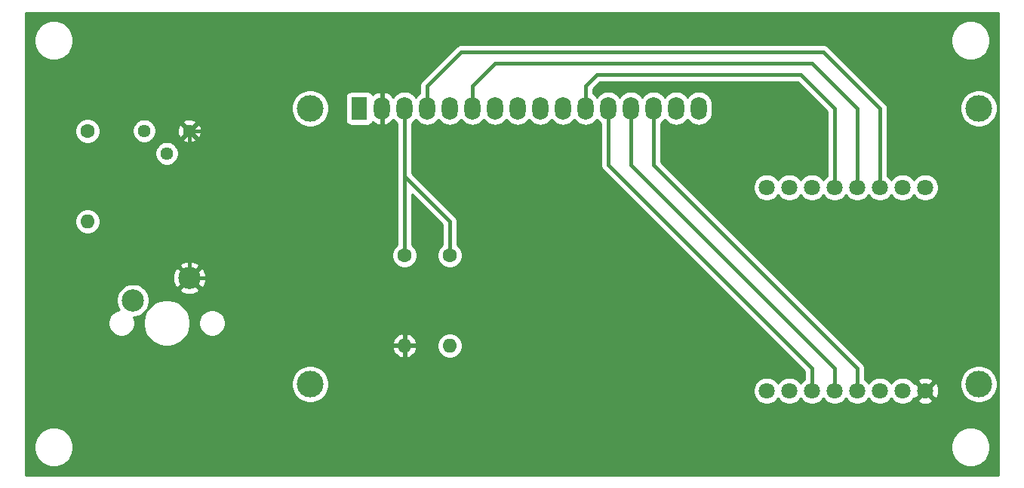
<source format=gbr>
%TF.GenerationSoftware,KiCad,Pcbnew,(5.1.10)-1*%
%TF.CreationDate,2021-11-07T19:57:30+01:00*%
%TF.ProjectId,bussData,62757373-4461-4746-912e-6b696361645f,rev?*%
%TF.SameCoordinates,Original*%
%TF.FileFunction,Copper,L1,Top*%
%TF.FilePolarity,Positive*%
%FSLAX46Y46*%
G04 Gerber Fmt 4.6, Leading zero omitted, Abs format (unit mm)*
G04 Created by KiCad (PCBNEW (5.1.10)-1) date 2021-11-07 19:57:30*
%MOMM*%
%LPD*%
G01*
G04 APERTURE LIST*
%TA.AperFunction,ComponentPad*%
%ADD10C,1.800000*%
%TD*%
%TA.AperFunction,ComponentPad*%
%ADD11C,3.000000*%
%TD*%
%TA.AperFunction,ComponentPad*%
%ADD12O,1.800000X2.600000*%
%TD*%
%TA.AperFunction,ComponentPad*%
%ADD13R,1.800000X2.600000*%
%TD*%
%TA.AperFunction,ComponentPad*%
%ADD14O,1.600000X1.600000*%
%TD*%
%TA.AperFunction,ComponentPad*%
%ADD15C,1.600000*%
%TD*%
%TA.AperFunction,ComponentPad*%
%ADD16C,1.440000*%
%TD*%
%TA.AperFunction,ComponentPad*%
%ADD17C,2.500000*%
%TD*%
%TA.AperFunction,Conductor*%
%ADD18C,0.400000*%
%TD*%
%TA.AperFunction,Conductor*%
%ADD19C,0.254000*%
%TD*%
%TA.AperFunction,Conductor*%
%ADD20C,0.100000*%
%TD*%
G04 APERTURE END LIST*
D10*
%TO.P,esp8266 D1 Wemos mini,9*%
%TO.N,Net-(esp8266-Pad9)*%
X161290000Y-74930000D03*
%TO.P,esp8266 D1 Wemos mini,10*%
%TO.N,Net-(esp8266-Pad10)*%
X163830000Y-74930000D03*
%TO.P,esp8266 D1 Wemos mini,11*%
%TO.N,Net-(esp8266-Pad11)*%
X166370000Y-74930000D03*
%TO.P,esp8266 D1 Wemos mini,12*%
%TO.N,Net-(LCD1-Pad11)*%
X168910000Y-74930000D03*
%TO.P,esp8266 D1 Wemos mini,13*%
%TO.N,Net-(LCD1-Pad6)*%
X171450000Y-74930000D03*
%TO.P,esp8266 D1 Wemos mini,14*%
%TO.N,Net-(LCD1-Pad4)*%
X173990000Y-74930000D03*
%TO.P,esp8266 D1 Wemos mini,15*%
%TO.N,Net-(R_btn1-Pad2)*%
X176530000Y-74930000D03*
%TO.P,esp8266 D1 Wemos mini,16*%
%TO.N,Net-(esp8266-Pad16)*%
X179070000Y-74930000D03*
%TO.P,esp8266 D1 Wemos mini,1*%
%TO.N,Net-(DIM1-Pad3)*%
X179070000Y-97790000D03*
%TO.P,esp8266 D1 Wemos mini,2*%
%TO.N,Net-(DIM1-Pad1)*%
X176530000Y-97790000D03*
%TO.P,esp8266 D1 Wemos mini,3*%
%TO.N,Net-(esp8266-Pad3)*%
X173990000Y-97790000D03*
%TO.P,esp8266 D1 Wemos mini,4*%
%TO.N,Net-(LCD1-Pad14)*%
X171450000Y-97790000D03*
%TO.P,esp8266 D1 Wemos mini,5*%
%TO.N,Net-(LCD1-Pad13)*%
X168910000Y-97790000D03*
%TO.P,esp8266 D1 Wemos mini,6*%
%TO.N,Net-(LCD1-Pad12)*%
X166370000Y-97790000D03*
%TO.P,esp8266 D1 Wemos mini,7*%
%TO.N,Net-(esp8266-Pad7)*%
X163830000Y-97790000D03*
%TO.P,esp8266 D1 Wemos mini,8*%
%TO.N,Net-(esp8266-Pad8)*%
X161290000Y-97790000D03*
%TD*%
D11*
%TO.P,LCD1,*%
%TO.N,*%
X185070000Y-66040000D03*
X185069480Y-97040700D03*
X110070900Y-97040700D03*
X110070900Y-66040000D03*
D12*
%TO.P,LCD1,16*%
%TO.N,Net-(DIM1-Pad1)*%
X153670000Y-66040000D03*
%TO.P,LCD1,15*%
%TO.N,Net-(DIM1-Pad2)*%
X151130000Y-66040000D03*
%TO.P,LCD1,14*%
%TO.N,Net-(LCD1-Pad14)*%
X148590000Y-66040000D03*
%TO.P,LCD1,13*%
%TO.N,Net-(LCD1-Pad13)*%
X146050000Y-66040000D03*
%TO.P,LCD1,12*%
%TO.N,Net-(LCD1-Pad12)*%
X143510000Y-66040000D03*
%TO.P,LCD1,11*%
%TO.N,Net-(LCD1-Pad11)*%
X140970000Y-66040000D03*
%TO.P,LCD1,10*%
%TO.N,Net-(LCD1-Pad10)*%
X138430000Y-66040000D03*
%TO.P,LCD1,9*%
%TO.N,Net-(LCD1-Pad9)*%
X135890000Y-66040000D03*
%TO.P,LCD1,8*%
%TO.N,Net-(LCD1-Pad8)*%
X133350000Y-66040000D03*
%TO.P,LCD1,7*%
%TO.N,Net-(LCD1-Pad7)*%
X130810000Y-66040000D03*
%TO.P,LCD1,6*%
%TO.N,Net-(LCD1-Pad6)*%
X128270000Y-66040000D03*
%TO.P,LCD1,5*%
%TO.N,Net-(DIM1-Pad1)*%
X125730000Y-66040000D03*
%TO.P,LCD1,4*%
%TO.N,Net-(LCD1-Pad4)*%
X123190000Y-66040000D03*
%TO.P,LCD1,3*%
%TO.N,Net-(GND1-Pad1)*%
X120650000Y-66040000D03*
%TO.P,LCD1,2*%
%TO.N,Net-(DIM1-Pad3)*%
X118110000Y-66040000D03*
D13*
%TO.P,LCD1,1*%
%TO.N,Net-(DIM1-Pad1)*%
X115570000Y-66040000D03*
%TD*%
D14*
%TO.P,R_VDD,2*%
%TO.N,Net-(DIM1-Pad3)*%
X120650000Y-92710000D03*
D15*
%TO.P,R_VDD,1*%
%TO.N,Net-(GND1-Pad1)*%
X120650000Y-82550000D03*
%TD*%
D14*
%TO.P,R_BTN,2*%
%TO.N,Net-(R_btn1-Pad2)*%
X85090000Y-78740000D03*
D15*
%TO.P,R_BTN,1*%
%TO.N,Net-(DIM1-Pad1)*%
X85090000Y-68580000D03*
%TD*%
D14*
%TO.P,R_GND,2*%
%TO.N,Net-(DIM1-Pad1)*%
X125730000Y-92710000D03*
D15*
%TO.P,R_GND,1*%
%TO.N,Net-(GND1-Pad1)*%
X125730000Y-82550000D03*
%TD*%
D16*
%TO.P,DIM1,1*%
%TO.N,Net-(DIM1-Pad1)*%
X91440000Y-68580000D03*
%TO.P,DIM1,2*%
%TO.N,Net-(DIM1-Pad2)*%
X93980000Y-71120000D03*
%TO.P,DIM1,3*%
%TO.N,Net-(DIM1-Pad3)*%
X96520000Y-68580000D03*
%TD*%
D17*
%TO.P,btn1,2*%
%TO.N,Net-(DIM1-Pad3)*%
X96520000Y-85090000D03*
%TO.P,btn1,1*%
%TO.N,Net-(R_btn1-Pad2)*%
X90170000Y-87630000D03*
%TD*%
D18*
%TO.N,Net-(DIM1-Pad3)*%
X179070000Y-97790000D02*
X175260000Y-101600000D01*
X175260000Y-101600000D02*
X125730000Y-101600000D01*
X120650000Y-96520000D02*
X120650000Y-92710000D01*
X125730000Y-101600000D02*
X120650000Y-96520000D01*
X120650000Y-92710000D02*
X113030000Y-92710000D01*
X105410000Y-85090000D02*
X96520000Y-85090000D01*
X113030000Y-92710000D02*
X105410000Y-85090000D01*
X96520000Y-85090000D02*
X96520000Y-68580000D01*
X118110000Y-68580000D02*
X118110000Y-66040000D01*
X116840000Y-69850000D02*
X118110000Y-68580000D01*
X107950000Y-69850000D02*
X116840000Y-69850000D01*
X106680000Y-68580000D02*
X107950000Y-69850000D01*
X96520000Y-68580000D02*
X106680000Y-68580000D01*
%TO.N,Net-(LCD1-Pad11)*%
X168910000Y-74930000D02*
X168910000Y-66040000D01*
X168910000Y-66040000D02*
X165100000Y-62230000D01*
X165100000Y-62230000D02*
X142240000Y-62230000D01*
X140970000Y-63500000D02*
X140970000Y-66040000D01*
X142240000Y-62230000D02*
X140970000Y-63500000D01*
%TO.N,Net-(LCD1-Pad6)*%
X171450000Y-74930000D02*
X171450000Y-66040000D01*
X128270000Y-63500000D02*
X128270000Y-66040000D01*
X166370000Y-60960000D02*
X130810000Y-60960000D01*
X130810000Y-60960000D02*
X128270000Y-63500000D01*
X171450000Y-66040000D02*
X166370000Y-60960000D01*
%TO.N,Net-(LCD1-Pad4)*%
X173990000Y-74930000D02*
X173990000Y-66040000D01*
X123190000Y-63500000D02*
X127000000Y-59690000D01*
X123190000Y-63500000D02*
X123190000Y-66040000D01*
X127000000Y-59690000D02*
X167640000Y-59690000D01*
X173990000Y-66040000D02*
X167640000Y-59690000D01*
%TO.N,Net-(LCD1-Pad14)*%
X148590000Y-66040000D02*
X148590000Y-71120000D01*
X171450000Y-95250000D02*
X148590000Y-72390000D01*
X171450000Y-95250000D02*
X171450000Y-97790000D01*
X148590000Y-72390000D02*
X148590000Y-71120000D01*
%TO.N,Net-(LCD1-Pad13)*%
X146050000Y-72390000D02*
X146050000Y-71120000D01*
X168910000Y-95250000D02*
X146050000Y-72390000D01*
X146050000Y-71120000D02*
X146050000Y-66040000D01*
X168910000Y-97790000D02*
X168910000Y-95250000D01*
%TO.N,Net-(LCD1-Pad12)*%
X143510000Y-72390000D02*
X143510000Y-66040000D01*
X166370000Y-95250000D02*
X143510000Y-72390000D01*
X166370000Y-97790000D02*
X166370000Y-95250000D01*
%TO.N,Net-(GND1-Pad1)*%
X125730000Y-82550000D02*
X125730000Y-78740000D01*
X120650000Y-73660000D02*
X120650000Y-66040000D01*
X125730000Y-78740000D02*
X120650000Y-73660000D01*
X120650000Y-82550000D02*
X120650000Y-73660000D01*
%TD*%
D19*
%TO.N,Net-(DIM1-Pad3)*%
X187300001Y-57117581D02*
X187300000Y-105377581D01*
X187300000Y-105377582D01*
X187300001Y-107290000D01*
X78130000Y-107290000D01*
X78130000Y-103919872D01*
X79045000Y-103919872D01*
X79045000Y-104360128D01*
X79130890Y-104791925D01*
X79299369Y-105198669D01*
X79543962Y-105564729D01*
X79855271Y-105876038D01*
X80221331Y-106120631D01*
X80628075Y-106289110D01*
X81059872Y-106375000D01*
X81500128Y-106375000D01*
X81931925Y-106289110D01*
X82338669Y-106120631D01*
X82704729Y-105876038D01*
X83016038Y-105564729D01*
X83260631Y-105198669D01*
X83429110Y-104791925D01*
X83515000Y-104360128D01*
X83515000Y-103919872D01*
X181915000Y-103919872D01*
X181915000Y-104360128D01*
X182000890Y-104791925D01*
X182169369Y-105198669D01*
X182413962Y-105564729D01*
X182725271Y-105876038D01*
X183091331Y-106120631D01*
X183498075Y-106289110D01*
X183929872Y-106375000D01*
X184370128Y-106375000D01*
X184801925Y-106289110D01*
X185208669Y-106120631D01*
X185574729Y-105876038D01*
X185886038Y-105564729D01*
X186130631Y-105198669D01*
X186299110Y-104791925D01*
X186385000Y-104360128D01*
X186385000Y-103919872D01*
X186299110Y-103488075D01*
X186130631Y-103081331D01*
X185886038Y-102715271D01*
X185574729Y-102403962D01*
X185208669Y-102159369D01*
X184801925Y-101990890D01*
X184370128Y-101905000D01*
X183929872Y-101905000D01*
X183498075Y-101990890D01*
X183091331Y-102159369D01*
X182725271Y-102403962D01*
X182413962Y-102715271D01*
X182169369Y-103081331D01*
X182000890Y-103488075D01*
X181915000Y-103919872D01*
X83515000Y-103919872D01*
X83429110Y-103488075D01*
X83260631Y-103081331D01*
X83016038Y-102715271D01*
X82704729Y-102403962D01*
X82338669Y-102159369D01*
X81931925Y-101990890D01*
X81500128Y-101905000D01*
X81059872Y-101905000D01*
X80628075Y-101990890D01*
X80221331Y-102159369D01*
X79855271Y-102403962D01*
X79543962Y-102715271D01*
X79299369Y-103081331D01*
X79130890Y-103488075D01*
X79045000Y-103919872D01*
X78130000Y-103919872D01*
X78130000Y-96830421D01*
X107935900Y-96830421D01*
X107935900Y-97250979D01*
X108017947Y-97663456D01*
X108178888Y-98052002D01*
X108412537Y-98401683D01*
X108709917Y-98699063D01*
X109059598Y-98932712D01*
X109448144Y-99093653D01*
X109860621Y-99175700D01*
X110281179Y-99175700D01*
X110693656Y-99093653D01*
X111082202Y-98932712D01*
X111431883Y-98699063D01*
X111729263Y-98401683D01*
X111962912Y-98052002D01*
X112123853Y-97663456D01*
X112205900Y-97250979D01*
X112205900Y-96830421D01*
X112123853Y-96417944D01*
X111962912Y-96029398D01*
X111729263Y-95679717D01*
X111431883Y-95382337D01*
X111082202Y-95148688D01*
X110693656Y-94987747D01*
X110281179Y-94905700D01*
X109860621Y-94905700D01*
X109448144Y-94987747D01*
X109059598Y-95148688D01*
X108709917Y-95382337D01*
X108412537Y-95679717D01*
X108178888Y-96029398D01*
X108017947Y-96417944D01*
X107935900Y-96830421D01*
X78130000Y-96830421D01*
X78130000Y-93059040D01*
X119258091Y-93059040D01*
X119352930Y-93323881D01*
X119497615Y-93565131D01*
X119686586Y-93773519D01*
X119912580Y-93941037D01*
X120166913Y-94061246D01*
X120300961Y-94101904D01*
X120523000Y-93979915D01*
X120523000Y-92837000D01*
X120777000Y-92837000D01*
X120777000Y-93979915D01*
X120999039Y-94101904D01*
X121133087Y-94061246D01*
X121387420Y-93941037D01*
X121613414Y-93773519D01*
X121802385Y-93565131D01*
X121947070Y-93323881D01*
X122041909Y-93059040D01*
X121920624Y-92837000D01*
X120777000Y-92837000D01*
X120523000Y-92837000D01*
X119379376Y-92837000D01*
X119258091Y-93059040D01*
X78130000Y-93059040D01*
X78130000Y-90021278D01*
X87390000Y-90021278D01*
X87390000Y-90318722D01*
X87448029Y-90610451D01*
X87561856Y-90885253D01*
X87727107Y-91132569D01*
X87937431Y-91342893D01*
X88184747Y-91508144D01*
X88459549Y-91621971D01*
X88751278Y-91680000D01*
X89048722Y-91680000D01*
X89340451Y-91621971D01*
X89615253Y-91508144D01*
X89862569Y-91342893D01*
X90072893Y-91132569D01*
X90238144Y-90885253D01*
X90351971Y-90610451D01*
X90410000Y-90318722D01*
X90410000Y-90021278D01*
X90387960Y-89910475D01*
X91345000Y-89910475D01*
X91345000Y-90429525D01*
X91446261Y-90938601D01*
X91644893Y-91418141D01*
X91933262Y-91849715D01*
X92300285Y-92216738D01*
X92731859Y-92505107D01*
X93211399Y-92703739D01*
X93720475Y-92805000D01*
X94239525Y-92805000D01*
X94748601Y-92703739D01*
X95228141Y-92505107D01*
X95443871Y-92360960D01*
X119258091Y-92360960D01*
X119379376Y-92583000D01*
X120523000Y-92583000D01*
X120523000Y-91440085D01*
X120777000Y-91440085D01*
X120777000Y-92583000D01*
X121920624Y-92583000D01*
X121928454Y-92568665D01*
X124295000Y-92568665D01*
X124295000Y-92851335D01*
X124350147Y-93128574D01*
X124458320Y-93389727D01*
X124615363Y-93624759D01*
X124815241Y-93824637D01*
X125050273Y-93981680D01*
X125311426Y-94089853D01*
X125588665Y-94145000D01*
X125871335Y-94145000D01*
X126148574Y-94089853D01*
X126409727Y-93981680D01*
X126644759Y-93824637D01*
X126844637Y-93624759D01*
X127001680Y-93389727D01*
X127109853Y-93128574D01*
X127165000Y-92851335D01*
X127165000Y-92568665D01*
X127109853Y-92291426D01*
X127001680Y-92030273D01*
X126844637Y-91795241D01*
X126644759Y-91595363D01*
X126409727Y-91438320D01*
X126148574Y-91330147D01*
X125871335Y-91275000D01*
X125588665Y-91275000D01*
X125311426Y-91330147D01*
X125050273Y-91438320D01*
X124815241Y-91595363D01*
X124615363Y-91795241D01*
X124458320Y-92030273D01*
X124350147Y-92291426D01*
X124295000Y-92568665D01*
X121928454Y-92568665D01*
X122041909Y-92360960D01*
X121947070Y-92096119D01*
X121802385Y-91854869D01*
X121613414Y-91646481D01*
X121387420Y-91478963D01*
X121133087Y-91358754D01*
X120999039Y-91318096D01*
X120777000Y-91440085D01*
X120523000Y-91440085D01*
X120300961Y-91318096D01*
X120166913Y-91358754D01*
X119912580Y-91478963D01*
X119686586Y-91646481D01*
X119497615Y-91854869D01*
X119352930Y-92096119D01*
X119258091Y-92360960D01*
X95443871Y-92360960D01*
X95659715Y-92216738D01*
X96026738Y-91849715D01*
X96315107Y-91418141D01*
X96513739Y-90938601D01*
X96615000Y-90429525D01*
X96615000Y-90021278D01*
X97550000Y-90021278D01*
X97550000Y-90318722D01*
X97608029Y-90610451D01*
X97721856Y-90885253D01*
X97887107Y-91132569D01*
X98097431Y-91342893D01*
X98344747Y-91508144D01*
X98619549Y-91621971D01*
X98911278Y-91680000D01*
X99208722Y-91680000D01*
X99500451Y-91621971D01*
X99775253Y-91508144D01*
X100022569Y-91342893D01*
X100232893Y-91132569D01*
X100398144Y-90885253D01*
X100511971Y-90610451D01*
X100570000Y-90318722D01*
X100570000Y-90021278D01*
X100511971Y-89729549D01*
X100398144Y-89454747D01*
X100232893Y-89207431D01*
X100022569Y-88997107D01*
X99775253Y-88831856D01*
X99500451Y-88718029D01*
X99208722Y-88660000D01*
X98911278Y-88660000D01*
X98619549Y-88718029D01*
X98344747Y-88831856D01*
X98097431Y-88997107D01*
X97887107Y-89207431D01*
X97721856Y-89454747D01*
X97608029Y-89729549D01*
X97550000Y-90021278D01*
X96615000Y-90021278D01*
X96615000Y-89910475D01*
X96513739Y-89401399D01*
X96315107Y-88921859D01*
X96026738Y-88490285D01*
X95659715Y-88123262D01*
X95228141Y-87834893D01*
X94748601Y-87636261D01*
X94239525Y-87535000D01*
X93720475Y-87535000D01*
X93211399Y-87636261D01*
X92731859Y-87834893D01*
X92300285Y-88123262D01*
X91933262Y-88490285D01*
X91644893Y-88921859D01*
X91446261Y-89401399D01*
X91345000Y-89910475D01*
X90387960Y-89910475D01*
X90351971Y-89729549D01*
X90263102Y-89515000D01*
X90355656Y-89515000D01*
X90719834Y-89442561D01*
X91062882Y-89300466D01*
X91371618Y-89094175D01*
X91634175Y-88831618D01*
X91840466Y-88522882D01*
X91982561Y-88179834D01*
X92055000Y-87815656D01*
X92055000Y-87444344D01*
X91982561Y-87080166D01*
X91840466Y-86737118D01*
X91634175Y-86428382D01*
X91609398Y-86403605D01*
X95386000Y-86403605D01*
X95511914Y-86693577D01*
X95844126Y-86859433D01*
X96202312Y-86957290D01*
X96572706Y-86983389D01*
X96941075Y-86936725D01*
X97293262Y-86819094D01*
X97528086Y-86693577D01*
X97654000Y-86403605D01*
X96520000Y-85269605D01*
X95386000Y-86403605D01*
X91609398Y-86403605D01*
X91371618Y-86165825D01*
X91062882Y-85959534D01*
X90719834Y-85817439D01*
X90355656Y-85745000D01*
X89984344Y-85745000D01*
X89620166Y-85817439D01*
X89277118Y-85959534D01*
X88968382Y-86165825D01*
X88705825Y-86428382D01*
X88499534Y-86737118D01*
X88357439Y-87080166D01*
X88285000Y-87444344D01*
X88285000Y-87815656D01*
X88357439Y-88179834D01*
X88499534Y-88522882D01*
X88609939Y-88688114D01*
X88459549Y-88718029D01*
X88184747Y-88831856D01*
X87937431Y-88997107D01*
X87727107Y-89207431D01*
X87561856Y-89454747D01*
X87448029Y-89729549D01*
X87390000Y-90021278D01*
X78130000Y-90021278D01*
X78130000Y-85142706D01*
X94626611Y-85142706D01*
X94673275Y-85511075D01*
X94790906Y-85863262D01*
X94916423Y-86098086D01*
X95206395Y-86224000D01*
X96340395Y-85090000D01*
X96699605Y-85090000D01*
X97833605Y-86224000D01*
X98123577Y-86098086D01*
X98289433Y-85765874D01*
X98387290Y-85407688D01*
X98413389Y-85037294D01*
X98366725Y-84668925D01*
X98249094Y-84316738D01*
X98123577Y-84081914D01*
X97833605Y-83956000D01*
X96699605Y-85090000D01*
X96340395Y-85090000D01*
X95206395Y-83956000D01*
X94916423Y-84081914D01*
X94750567Y-84414126D01*
X94652710Y-84772312D01*
X94626611Y-85142706D01*
X78130000Y-85142706D01*
X78130000Y-83776395D01*
X95386000Y-83776395D01*
X96520000Y-84910395D01*
X97654000Y-83776395D01*
X97528086Y-83486423D01*
X97195874Y-83320567D01*
X96837688Y-83222710D01*
X96467294Y-83196611D01*
X96098925Y-83243275D01*
X95746738Y-83360906D01*
X95511914Y-83486423D01*
X95386000Y-83776395D01*
X78130000Y-83776395D01*
X78130000Y-78598665D01*
X83655000Y-78598665D01*
X83655000Y-78881335D01*
X83710147Y-79158574D01*
X83818320Y-79419727D01*
X83975363Y-79654759D01*
X84175241Y-79854637D01*
X84410273Y-80011680D01*
X84671426Y-80119853D01*
X84948665Y-80175000D01*
X85231335Y-80175000D01*
X85508574Y-80119853D01*
X85769727Y-80011680D01*
X86004759Y-79854637D01*
X86204637Y-79654759D01*
X86361680Y-79419727D01*
X86469853Y-79158574D01*
X86525000Y-78881335D01*
X86525000Y-78598665D01*
X86469853Y-78321426D01*
X86361680Y-78060273D01*
X86204637Y-77825241D01*
X86004759Y-77625363D01*
X85769727Y-77468320D01*
X85508574Y-77360147D01*
X85231335Y-77305000D01*
X84948665Y-77305000D01*
X84671426Y-77360147D01*
X84410273Y-77468320D01*
X84175241Y-77625363D01*
X83975363Y-77825241D01*
X83818320Y-78060273D01*
X83710147Y-78321426D01*
X83655000Y-78598665D01*
X78130000Y-78598665D01*
X78130000Y-70986544D01*
X92625000Y-70986544D01*
X92625000Y-71253456D01*
X92677072Y-71515239D01*
X92779215Y-71761833D01*
X92927503Y-71983762D01*
X93116238Y-72172497D01*
X93338167Y-72320785D01*
X93584761Y-72422928D01*
X93846544Y-72475000D01*
X94113456Y-72475000D01*
X94375239Y-72422928D01*
X94621833Y-72320785D01*
X94843762Y-72172497D01*
X95032497Y-71983762D01*
X95180785Y-71761833D01*
X95282928Y-71515239D01*
X95335000Y-71253456D01*
X95335000Y-70986544D01*
X95282928Y-70724761D01*
X95180785Y-70478167D01*
X95032497Y-70256238D01*
X94843762Y-70067503D01*
X94621833Y-69919215D01*
X94375239Y-69817072D01*
X94113456Y-69765000D01*
X93846544Y-69765000D01*
X93584761Y-69817072D01*
X93338167Y-69919215D01*
X93116238Y-70067503D01*
X92927503Y-70256238D01*
X92779215Y-70478167D01*
X92677072Y-70724761D01*
X92625000Y-70986544D01*
X78130000Y-70986544D01*
X78130000Y-68438665D01*
X83655000Y-68438665D01*
X83655000Y-68721335D01*
X83710147Y-68998574D01*
X83818320Y-69259727D01*
X83975363Y-69494759D01*
X84175241Y-69694637D01*
X84410273Y-69851680D01*
X84671426Y-69959853D01*
X84948665Y-70015000D01*
X85231335Y-70015000D01*
X85508574Y-69959853D01*
X85769727Y-69851680D01*
X86004759Y-69694637D01*
X86204637Y-69494759D01*
X86361680Y-69259727D01*
X86469853Y-68998574D01*
X86525000Y-68721335D01*
X86525000Y-68446544D01*
X90085000Y-68446544D01*
X90085000Y-68713456D01*
X90137072Y-68975239D01*
X90239215Y-69221833D01*
X90387503Y-69443762D01*
X90576238Y-69632497D01*
X90798167Y-69780785D01*
X91044761Y-69882928D01*
X91306544Y-69935000D01*
X91573456Y-69935000D01*
X91835239Y-69882928D01*
X92081833Y-69780785D01*
X92303762Y-69632497D01*
X92420699Y-69515560D01*
X95764045Y-69515560D01*
X95825932Y-69751368D01*
X96067790Y-69864266D01*
X96327027Y-69927811D01*
X96593680Y-69939561D01*
X96857501Y-69899063D01*
X97108353Y-69807875D01*
X97214068Y-69751368D01*
X97275955Y-69515560D01*
X96520000Y-68759605D01*
X95764045Y-69515560D01*
X92420699Y-69515560D01*
X92492497Y-69443762D01*
X92640785Y-69221833D01*
X92742928Y-68975239D01*
X92795000Y-68713456D01*
X92795000Y-68653680D01*
X95160439Y-68653680D01*
X95200937Y-68917501D01*
X95292125Y-69168353D01*
X95348632Y-69274068D01*
X95584440Y-69335955D01*
X96340395Y-68580000D01*
X96699605Y-68580000D01*
X97455560Y-69335955D01*
X97691368Y-69274068D01*
X97804266Y-69032210D01*
X97867811Y-68772973D01*
X97879561Y-68506320D01*
X97839063Y-68242499D01*
X97747875Y-67991647D01*
X97691368Y-67885932D01*
X97455560Y-67824045D01*
X96699605Y-68580000D01*
X96340395Y-68580000D01*
X95584440Y-67824045D01*
X95348632Y-67885932D01*
X95235734Y-68127790D01*
X95172189Y-68387027D01*
X95160439Y-68653680D01*
X92795000Y-68653680D01*
X92795000Y-68446544D01*
X92742928Y-68184761D01*
X92640785Y-67938167D01*
X92492497Y-67716238D01*
X92420699Y-67644440D01*
X95764045Y-67644440D01*
X96520000Y-68400395D01*
X97275955Y-67644440D01*
X97214068Y-67408632D01*
X96972210Y-67295734D01*
X96712973Y-67232189D01*
X96446320Y-67220439D01*
X96182499Y-67260937D01*
X95931647Y-67352125D01*
X95825932Y-67408632D01*
X95764045Y-67644440D01*
X92420699Y-67644440D01*
X92303762Y-67527503D01*
X92081833Y-67379215D01*
X91835239Y-67277072D01*
X91573456Y-67225000D01*
X91306544Y-67225000D01*
X91044761Y-67277072D01*
X90798167Y-67379215D01*
X90576238Y-67527503D01*
X90387503Y-67716238D01*
X90239215Y-67938167D01*
X90137072Y-68184761D01*
X90085000Y-68446544D01*
X86525000Y-68446544D01*
X86525000Y-68438665D01*
X86469853Y-68161426D01*
X86361680Y-67900273D01*
X86204637Y-67665241D01*
X86004759Y-67465363D01*
X85769727Y-67308320D01*
X85508574Y-67200147D01*
X85231335Y-67145000D01*
X84948665Y-67145000D01*
X84671426Y-67200147D01*
X84410273Y-67308320D01*
X84175241Y-67465363D01*
X83975363Y-67665241D01*
X83818320Y-67900273D01*
X83710147Y-68161426D01*
X83655000Y-68438665D01*
X78130000Y-68438665D01*
X78130000Y-65829721D01*
X107935900Y-65829721D01*
X107935900Y-66250279D01*
X108017947Y-66662756D01*
X108178888Y-67051302D01*
X108412537Y-67400983D01*
X108709917Y-67698363D01*
X109059598Y-67932012D01*
X109448144Y-68092953D01*
X109860621Y-68175000D01*
X110281179Y-68175000D01*
X110693656Y-68092953D01*
X111082202Y-67932012D01*
X111431883Y-67698363D01*
X111729263Y-67400983D01*
X111962912Y-67051302D01*
X112123853Y-66662756D01*
X112205900Y-66250279D01*
X112205900Y-65829721D01*
X112123853Y-65417244D01*
X111962912Y-65028698D01*
X111770011Y-64740000D01*
X114031928Y-64740000D01*
X114031928Y-67340000D01*
X114044188Y-67464482D01*
X114080498Y-67584180D01*
X114139463Y-67694494D01*
X114218815Y-67791185D01*
X114315506Y-67870537D01*
X114425820Y-67929502D01*
X114545518Y-67965812D01*
X114670000Y-67978072D01*
X116470000Y-67978072D01*
X116594482Y-67965812D01*
X116714180Y-67929502D01*
X116824494Y-67870537D01*
X116921185Y-67791185D01*
X117000537Y-67694494D01*
X117059502Y-67584180D01*
X117065418Y-67564679D01*
X117114394Y-67615210D01*
X117362796Y-67786862D01*
X117639913Y-67906755D01*
X117745260Y-67931036D01*
X117983000Y-67810378D01*
X117983000Y-66167000D01*
X117963000Y-66167000D01*
X117963000Y-65913000D01*
X117983000Y-65913000D01*
X117983000Y-64269622D01*
X118237000Y-64269622D01*
X118237000Y-65913000D01*
X118257000Y-65913000D01*
X118257000Y-66167000D01*
X118237000Y-66167000D01*
X118237000Y-67810378D01*
X118474740Y-67931036D01*
X118580087Y-67906755D01*
X118857204Y-67786862D01*
X119105606Y-67615210D01*
X119315748Y-67398396D01*
X119375219Y-67306309D01*
X119559339Y-67530661D01*
X119793074Y-67722481D01*
X119815001Y-67734201D01*
X119815000Y-73618981D01*
X119810960Y-73660000D01*
X119815000Y-73701018D01*
X119815001Y-73701028D01*
X119815000Y-81382070D01*
X119735241Y-81435363D01*
X119535363Y-81635241D01*
X119378320Y-81870273D01*
X119270147Y-82131426D01*
X119215000Y-82408665D01*
X119215000Y-82691335D01*
X119270147Y-82968574D01*
X119378320Y-83229727D01*
X119535363Y-83464759D01*
X119735241Y-83664637D01*
X119970273Y-83821680D01*
X120231426Y-83929853D01*
X120508665Y-83985000D01*
X120791335Y-83985000D01*
X121068574Y-83929853D01*
X121329727Y-83821680D01*
X121564759Y-83664637D01*
X121764637Y-83464759D01*
X121921680Y-83229727D01*
X122029853Y-82968574D01*
X122085000Y-82691335D01*
X122085000Y-82408665D01*
X122029853Y-82131426D01*
X121921680Y-81870273D01*
X121764637Y-81635241D01*
X121564759Y-81435363D01*
X121485000Y-81382070D01*
X121485000Y-75675868D01*
X124895001Y-79085870D01*
X124895000Y-81382070D01*
X124815241Y-81435363D01*
X124615363Y-81635241D01*
X124458320Y-81870273D01*
X124350147Y-82131426D01*
X124295000Y-82408665D01*
X124295000Y-82691335D01*
X124350147Y-82968574D01*
X124458320Y-83229727D01*
X124615363Y-83464759D01*
X124815241Y-83664637D01*
X125050273Y-83821680D01*
X125311426Y-83929853D01*
X125588665Y-83985000D01*
X125871335Y-83985000D01*
X126148574Y-83929853D01*
X126409727Y-83821680D01*
X126644759Y-83664637D01*
X126844637Y-83464759D01*
X127001680Y-83229727D01*
X127109853Y-82968574D01*
X127165000Y-82691335D01*
X127165000Y-82408665D01*
X127109853Y-82131426D01*
X127001680Y-81870273D01*
X126844637Y-81635241D01*
X126644759Y-81435363D01*
X126565000Y-81382070D01*
X126565000Y-78781018D01*
X126569040Y-78740000D01*
X126552918Y-78576311D01*
X126505172Y-78418913D01*
X126427636Y-78273854D01*
X126349439Y-78178570D01*
X126349437Y-78178568D01*
X126323291Y-78146709D01*
X126291432Y-78120563D01*
X121485000Y-73314133D01*
X121485000Y-67734201D01*
X121506927Y-67722481D01*
X121740661Y-67530661D01*
X121920000Y-67312135D01*
X122099339Y-67530661D01*
X122333074Y-67722481D01*
X122599740Y-67865017D01*
X122889088Y-67952790D01*
X123190000Y-67982427D01*
X123490913Y-67952790D01*
X123780261Y-67865017D01*
X124046927Y-67722481D01*
X124280661Y-67530661D01*
X124460000Y-67312135D01*
X124639339Y-67530661D01*
X124873074Y-67722481D01*
X125139740Y-67865017D01*
X125429088Y-67952790D01*
X125730000Y-67982427D01*
X126030913Y-67952790D01*
X126320261Y-67865017D01*
X126586927Y-67722481D01*
X126820661Y-67530661D01*
X127000000Y-67312135D01*
X127179339Y-67530661D01*
X127413074Y-67722481D01*
X127679740Y-67865017D01*
X127969088Y-67952790D01*
X128270000Y-67982427D01*
X128570913Y-67952790D01*
X128860261Y-67865017D01*
X129126927Y-67722481D01*
X129360661Y-67530661D01*
X129540000Y-67312135D01*
X129719339Y-67530661D01*
X129953074Y-67722481D01*
X130219740Y-67865017D01*
X130509088Y-67952790D01*
X130810000Y-67982427D01*
X131110913Y-67952790D01*
X131400261Y-67865017D01*
X131666927Y-67722481D01*
X131900661Y-67530661D01*
X132080000Y-67312135D01*
X132259339Y-67530661D01*
X132493074Y-67722481D01*
X132759740Y-67865017D01*
X133049088Y-67952790D01*
X133350000Y-67982427D01*
X133650913Y-67952790D01*
X133940261Y-67865017D01*
X134206927Y-67722481D01*
X134440661Y-67530661D01*
X134620000Y-67312135D01*
X134799339Y-67530661D01*
X135033074Y-67722481D01*
X135299740Y-67865017D01*
X135589088Y-67952790D01*
X135890000Y-67982427D01*
X136190913Y-67952790D01*
X136480261Y-67865017D01*
X136746927Y-67722481D01*
X136980661Y-67530661D01*
X137160000Y-67312135D01*
X137339339Y-67530661D01*
X137573074Y-67722481D01*
X137839740Y-67865017D01*
X138129088Y-67952790D01*
X138430000Y-67982427D01*
X138730913Y-67952790D01*
X139020261Y-67865017D01*
X139286927Y-67722481D01*
X139520661Y-67530661D01*
X139700000Y-67312135D01*
X139879339Y-67530661D01*
X140113074Y-67722481D01*
X140379740Y-67865017D01*
X140669088Y-67952790D01*
X140970000Y-67982427D01*
X141270913Y-67952790D01*
X141560261Y-67865017D01*
X141826927Y-67722481D01*
X142060661Y-67530661D01*
X142240000Y-67312135D01*
X142419339Y-67530661D01*
X142653074Y-67722481D01*
X142675001Y-67734201D01*
X142675000Y-72348981D01*
X142670960Y-72390000D01*
X142675000Y-72431018D01*
X142687082Y-72553688D01*
X142734828Y-72711086D01*
X142812364Y-72856145D01*
X142916709Y-72983291D01*
X142948579Y-73009446D01*
X165535001Y-95595869D01*
X165535001Y-96501801D01*
X165391495Y-96597688D01*
X165177688Y-96811495D01*
X165100000Y-96927763D01*
X165022312Y-96811495D01*
X164808505Y-96597688D01*
X164557095Y-96429701D01*
X164277743Y-96313989D01*
X163981184Y-96255000D01*
X163678816Y-96255000D01*
X163382257Y-96313989D01*
X163102905Y-96429701D01*
X162851495Y-96597688D01*
X162637688Y-96811495D01*
X162560000Y-96927763D01*
X162482312Y-96811495D01*
X162268505Y-96597688D01*
X162017095Y-96429701D01*
X161737743Y-96313989D01*
X161441184Y-96255000D01*
X161138816Y-96255000D01*
X160842257Y-96313989D01*
X160562905Y-96429701D01*
X160311495Y-96597688D01*
X160097688Y-96811495D01*
X159929701Y-97062905D01*
X159813989Y-97342257D01*
X159755000Y-97638816D01*
X159755000Y-97941184D01*
X159813989Y-98237743D01*
X159929701Y-98517095D01*
X160097688Y-98768505D01*
X160311495Y-98982312D01*
X160562905Y-99150299D01*
X160842257Y-99266011D01*
X161138816Y-99325000D01*
X161441184Y-99325000D01*
X161737743Y-99266011D01*
X162017095Y-99150299D01*
X162268505Y-98982312D01*
X162482312Y-98768505D01*
X162560000Y-98652237D01*
X162637688Y-98768505D01*
X162851495Y-98982312D01*
X163102905Y-99150299D01*
X163382257Y-99266011D01*
X163678816Y-99325000D01*
X163981184Y-99325000D01*
X164277743Y-99266011D01*
X164557095Y-99150299D01*
X164808505Y-98982312D01*
X165022312Y-98768505D01*
X165100000Y-98652237D01*
X165177688Y-98768505D01*
X165391495Y-98982312D01*
X165642905Y-99150299D01*
X165922257Y-99266011D01*
X166218816Y-99325000D01*
X166521184Y-99325000D01*
X166817743Y-99266011D01*
X167097095Y-99150299D01*
X167348505Y-98982312D01*
X167562312Y-98768505D01*
X167640000Y-98652237D01*
X167717688Y-98768505D01*
X167931495Y-98982312D01*
X168182905Y-99150299D01*
X168462257Y-99266011D01*
X168758816Y-99325000D01*
X169061184Y-99325000D01*
X169357743Y-99266011D01*
X169637095Y-99150299D01*
X169888505Y-98982312D01*
X170102312Y-98768505D01*
X170180000Y-98652237D01*
X170257688Y-98768505D01*
X170471495Y-98982312D01*
X170722905Y-99150299D01*
X171002257Y-99266011D01*
X171298816Y-99325000D01*
X171601184Y-99325000D01*
X171897743Y-99266011D01*
X172177095Y-99150299D01*
X172428505Y-98982312D01*
X172642312Y-98768505D01*
X172720000Y-98652237D01*
X172797688Y-98768505D01*
X173011495Y-98982312D01*
X173262905Y-99150299D01*
X173542257Y-99266011D01*
X173838816Y-99325000D01*
X174141184Y-99325000D01*
X174437743Y-99266011D01*
X174717095Y-99150299D01*
X174968505Y-98982312D01*
X175182312Y-98768505D01*
X175260000Y-98652237D01*
X175337688Y-98768505D01*
X175551495Y-98982312D01*
X175802905Y-99150299D01*
X176082257Y-99266011D01*
X176378816Y-99325000D01*
X176681184Y-99325000D01*
X176977743Y-99266011D01*
X177257095Y-99150299D01*
X177508505Y-98982312D01*
X177636737Y-98854080D01*
X178185525Y-98854080D01*
X178269208Y-99108261D01*
X178541775Y-99239158D01*
X178834642Y-99314365D01*
X179136553Y-99330991D01*
X179435907Y-99288397D01*
X179721199Y-99188222D01*
X179870792Y-99108261D01*
X179954475Y-98854080D01*
X179070000Y-97969605D01*
X178185525Y-98854080D01*
X177636737Y-98854080D01*
X177722312Y-98768505D01*
X177824951Y-98614895D01*
X178005920Y-98674475D01*
X178890395Y-97790000D01*
X179249605Y-97790000D01*
X180134080Y-98674475D01*
X180388261Y-98590792D01*
X180519158Y-98318225D01*
X180594365Y-98025358D01*
X180610991Y-97723447D01*
X180568397Y-97424093D01*
X180468222Y-97138801D01*
X180388261Y-96989208D01*
X180134080Y-96905525D01*
X179249605Y-97790000D01*
X178890395Y-97790000D01*
X178005920Y-96905525D01*
X177824951Y-96965105D01*
X177722312Y-96811495D01*
X177636737Y-96725920D01*
X178185525Y-96725920D01*
X179070000Y-97610395D01*
X179849974Y-96830421D01*
X182934480Y-96830421D01*
X182934480Y-97250979D01*
X183016527Y-97663456D01*
X183177468Y-98052002D01*
X183411117Y-98401683D01*
X183708497Y-98699063D01*
X184058178Y-98932712D01*
X184446724Y-99093653D01*
X184859201Y-99175700D01*
X185279759Y-99175700D01*
X185692236Y-99093653D01*
X186080782Y-98932712D01*
X186430463Y-98699063D01*
X186727843Y-98401683D01*
X186961492Y-98052002D01*
X187122433Y-97663456D01*
X187204480Y-97250979D01*
X187204480Y-96830421D01*
X187122433Y-96417944D01*
X186961492Y-96029398D01*
X186727843Y-95679717D01*
X186430463Y-95382337D01*
X186080782Y-95148688D01*
X185692236Y-94987747D01*
X185279759Y-94905700D01*
X184859201Y-94905700D01*
X184446724Y-94987747D01*
X184058178Y-95148688D01*
X183708497Y-95382337D01*
X183411117Y-95679717D01*
X183177468Y-96029398D01*
X183016527Y-96417944D01*
X182934480Y-96830421D01*
X179849974Y-96830421D01*
X179954475Y-96725920D01*
X179870792Y-96471739D01*
X179598225Y-96340842D01*
X179305358Y-96265635D01*
X179003447Y-96249009D01*
X178704093Y-96291603D01*
X178418801Y-96391778D01*
X178269208Y-96471739D01*
X178185525Y-96725920D01*
X177636737Y-96725920D01*
X177508505Y-96597688D01*
X177257095Y-96429701D01*
X176977743Y-96313989D01*
X176681184Y-96255000D01*
X176378816Y-96255000D01*
X176082257Y-96313989D01*
X175802905Y-96429701D01*
X175551495Y-96597688D01*
X175337688Y-96811495D01*
X175260000Y-96927763D01*
X175182312Y-96811495D01*
X174968505Y-96597688D01*
X174717095Y-96429701D01*
X174437743Y-96313989D01*
X174141184Y-96255000D01*
X173838816Y-96255000D01*
X173542257Y-96313989D01*
X173262905Y-96429701D01*
X173011495Y-96597688D01*
X172797688Y-96811495D01*
X172720000Y-96927763D01*
X172642312Y-96811495D01*
X172428505Y-96597688D01*
X172285000Y-96501801D01*
X172285000Y-95291018D01*
X172289040Y-95249999D01*
X172272918Y-95086311D01*
X172225172Y-94928913D01*
X172147636Y-94783854D01*
X172043291Y-94656709D01*
X172011428Y-94630560D01*
X149425000Y-72044133D01*
X149425000Y-67734201D01*
X149446927Y-67722481D01*
X149680661Y-67530661D01*
X149860000Y-67312135D01*
X150039339Y-67530661D01*
X150273074Y-67722481D01*
X150539740Y-67865017D01*
X150829088Y-67952790D01*
X151130000Y-67982427D01*
X151430913Y-67952790D01*
X151720261Y-67865017D01*
X151986927Y-67722481D01*
X152220661Y-67530661D01*
X152400000Y-67312135D01*
X152579339Y-67530661D01*
X152813074Y-67722481D01*
X153079740Y-67865017D01*
X153369088Y-67952790D01*
X153670000Y-67982427D01*
X153970913Y-67952790D01*
X154260261Y-67865017D01*
X154526927Y-67722481D01*
X154760661Y-67530661D01*
X154952481Y-67296927D01*
X155095017Y-67030261D01*
X155182790Y-66740913D01*
X155205000Y-66515407D01*
X155205000Y-65564592D01*
X155182790Y-65339087D01*
X155095017Y-65049739D01*
X154952481Y-64783073D01*
X154760661Y-64549339D01*
X154526926Y-64357519D01*
X154260260Y-64214983D01*
X153970912Y-64127210D01*
X153670000Y-64097573D01*
X153369087Y-64127210D01*
X153079739Y-64214983D01*
X152813073Y-64357519D01*
X152579339Y-64549339D01*
X152400000Y-64767865D01*
X152220661Y-64549339D01*
X151986926Y-64357519D01*
X151720260Y-64214983D01*
X151430912Y-64127210D01*
X151130000Y-64097573D01*
X150829087Y-64127210D01*
X150539739Y-64214983D01*
X150273073Y-64357519D01*
X150039339Y-64549339D01*
X149860000Y-64767865D01*
X149680661Y-64549339D01*
X149446926Y-64357519D01*
X149180260Y-64214983D01*
X148890912Y-64127210D01*
X148590000Y-64097573D01*
X148289087Y-64127210D01*
X147999739Y-64214983D01*
X147733073Y-64357519D01*
X147499339Y-64549339D01*
X147320000Y-64767865D01*
X147140661Y-64549339D01*
X146906926Y-64357519D01*
X146640260Y-64214983D01*
X146350912Y-64127210D01*
X146050000Y-64097573D01*
X145749087Y-64127210D01*
X145459739Y-64214983D01*
X145193073Y-64357519D01*
X144959339Y-64549339D01*
X144780000Y-64767865D01*
X144600661Y-64549339D01*
X144366926Y-64357519D01*
X144100260Y-64214983D01*
X143810912Y-64127210D01*
X143510000Y-64097573D01*
X143209087Y-64127210D01*
X142919739Y-64214983D01*
X142653073Y-64357519D01*
X142419339Y-64549339D01*
X142240000Y-64767865D01*
X142060661Y-64549339D01*
X141826926Y-64357519D01*
X141805000Y-64345799D01*
X141805000Y-63845867D01*
X142585868Y-63065000D01*
X164754133Y-63065000D01*
X168075001Y-66385870D01*
X168075000Y-73641801D01*
X167931495Y-73737688D01*
X167717688Y-73951495D01*
X167640000Y-74067763D01*
X167562312Y-73951495D01*
X167348505Y-73737688D01*
X167097095Y-73569701D01*
X166817743Y-73453989D01*
X166521184Y-73395000D01*
X166218816Y-73395000D01*
X165922257Y-73453989D01*
X165642905Y-73569701D01*
X165391495Y-73737688D01*
X165177688Y-73951495D01*
X165100000Y-74067763D01*
X165022312Y-73951495D01*
X164808505Y-73737688D01*
X164557095Y-73569701D01*
X164277743Y-73453989D01*
X163981184Y-73395000D01*
X163678816Y-73395000D01*
X163382257Y-73453989D01*
X163102905Y-73569701D01*
X162851495Y-73737688D01*
X162637688Y-73951495D01*
X162560000Y-74067763D01*
X162482312Y-73951495D01*
X162268505Y-73737688D01*
X162017095Y-73569701D01*
X161737743Y-73453989D01*
X161441184Y-73395000D01*
X161138816Y-73395000D01*
X160842257Y-73453989D01*
X160562905Y-73569701D01*
X160311495Y-73737688D01*
X160097688Y-73951495D01*
X159929701Y-74202905D01*
X159813989Y-74482257D01*
X159755000Y-74778816D01*
X159755000Y-75081184D01*
X159813989Y-75377743D01*
X159929701Y-75657095D01*
X160097688Y-75908505D01*
X160311495Y-76122312D01*
X160562905Y-76290299D01*
X160842257Y-76406011D01*
X161138816Y-76465000D01*
X161441184Y-76465000D01*
X161737743Y-76406011D01*
X162017095Y-76290299D01*
X162268505Y-76122312D01*
X162482312Y-75908505D01*
X162560000Y-75792237D01*
X162637688Y-75908505D01*
X162851495Y-76122312D01*
X163102905Y-76290299D01*
X163382257Y-76406011D01*
X163678816Y-76465000D01*
X163981184Y-76465000D01*
X164277743Y-76406011D01*
X164557095Y-76290299D01*
X164808505Y-76122312D01*
X165022312Y-75908505D01*
X165100000Y-75792237D01*
X165177688Y-75908505D01*
X165391495Y-76122312D01*
X165642905Y-76290299D01*
X165922257Y-76406011D01*
X166218816Y-76465000D01*
X166521184Y-76465000D01*
X166817743Y-76406011D01*
X167097095Y-76290299D01*
X167348505Y-76122312D01*
X167562312Y-75908505D01*
X167640000Y-75792237D01*
X167717688Y-75908505D01*
X167931495Y-76122312D01*
X168182905Y-76290299D01*
X168462257Y-76406011D01*
X168758816Y-76465000D01*
X169061184Y-76465000D01*
X169357743Y-76406011D01*
X169637095Y-76290299D01*
X169888505Y-76122312D01*
X170102312Y-75908505D01*
X170180000Y-75792237D01*
X170257688Y-75908505D01*
X170471495Y-76122312D01*
X170722905Y-76290299D01*
X171002257Y-76406011D01*
X171298816Y-76465000D01*
X171601184Y-76465000D01*
X171897743Y-76406011D01*
X172177095Y-76290299D01*
X172428505Y-76122312D01*
X172642312Y-75908505D01*
X172720000Y-75792237D01*
X172797688Y-75908505D01*
X173011495Y-76122312D01*
X173262905Y-76290299D01*
X173542257Y-76406011D01*
X173838816Y-76465000D01*
X174141184Y-76465000D01*
X174437743Y-76406011D01*
X174717095Y-76290299D01*
X174968505Y-76122312D01*
X175182312Y-75908505D01*
X175260000Y-75792237D01*
X175337688Y-75908505D01*
X175551495Y-76122312D01*
X175802905Y-76290299D01*
X176082257Y-76406011D01*
X176378816Y-76465000D01*
X176681184Y-76465000D01*
X176977743Y-76406011D01*
X177257095Y-76290299D01*
X177508505Y-76122312D01*
X177722312Y-75908505D01*
X177800000Y-75792237D01*
X177877688Y-75908505D01*
X178091495Y-76122312D01*
X178342905Y-76290299D01*
X178622257Y-76406011D01*
X178918816Y-76465000D01*
X179221184Y-76465000D01*
X179517743Y-76406011D01*
X179797095Y-76290299D01*
X180048505Y-76122312D01*
X180262312Y-75908505D01*
X180430299Y-75657095D01*
X180546011Y-75377743D01*
X180605000Y-75081184D01*
X180605000Y-74778816D01*
X180546011Y-74482257D01*
X180430299Y-74202905D01*
X180262312Y-73951495D01*
X180048505Y-73737688D01*
X179797095Y-73569701D01*
X179517743Y-73453989D01*
X179221184Y-73395000D01*
X178918816Y-73395000D01*
X178622257Y-73453989D01*
X178342905Y-73569701D01*
X178091495Y-73737688D01*
X177877688Y-73951495D01*
X177800000Y-74067763D01*
X177722312Y-73951495D01*
X177508505Y-73737688D01*
X177257095Y-73569701D01*
X176977743Y-73453989D01*
X176681184Y-73395000D01*
X176378816Y-73395000D01*
X176082257Y-73453989D01*
X175802905Y-73569701D01*
X175551495Y-73737688D01*
X175337688Y-73951495D01*
X175260000Y-74067763D01*
X175182312Y-73951495D01*
X174968505Y-73737688D01*
X174825000Y-73641801D01*
X174825000Y-66081018D01*
X174829040Y-66039999D01*
X174812918Y-65876311D01*
X174798786Y-65829721D01*
X182935000Y-65829721D01*
X182935000Y-66250279D01*
X183017047Y-66662756D01*
X183177988Y-67051302D01*
X183411637Y-67400983D01*
X183709017Y-67698363D01*
X184058698Y-67932012D01*
X184447244Y-68092953D01*
X184859721Y-68175000D01*
X185280279Y-68175000D01*
X185692756Y-68092953D01*
X186081302Y-67932012D01*
X186430983Y-67698363D01*
X186728363Y-67400983D01*
X186962012Y-67051302D01*
X187122953Y-66662756D01*
X187205000Y-66250279D01*
X187205000Y-65829721D01*
X187122953Y-65417244D01*
X186962012Y-65028698D01*
X186728363Y-64679017D01*
X186430983Y-64381637D01*
X186081302Y-64147988D01*
X185692756Y-63987047D01*
X185280279Y-63905000D01*
X184859721Y-63905000D01*
X184447244Y-63987047D01*
X184058698Y-64147988D01*
X183709017Y-64381637D01*
X183411637Y-64679017D01*
X183177988Y-65028698D01*
X183017047Y-65417244D01*
X182935000Y-65829721D01*
X174798786Y-65829721D01*
X174765172Y-65718913D01*
X174687636Y-65573854D01*
X174680035Y-65564592D01*
X174583291Y-65446709D01*
X174551427Y-65420559D01*
X168259446Y-59128579D01*
X168233291Y-59096709D01*
X168106146Y-58992364D01*
X167961087Y-58914828D01*
X167803689Y-58867082D01*
X167681019Y-58855000D01*
X167681018Y-58855000D01*
X167640000Y-58850960D01*
X167598982Y-58855000D01*
X127041018Y-58855000D01*
X127000000Y-58850960D01*
X126958982Y-58855000D01*
X126958981Y-58855000D01*
X126836311Y-58867082D01*
X126678913Y-58914828D01*
X126533854Y-58992364D01*
X126406709Y-59096709D01*
X126380563Y-59128568D01*
X122628579Y-62880554D01*
X122596709Y-62906709D01*
X122492365Y-63033854D01*
X122492364Y-63033855D01*
X122414828Y-63178914D01*
X122367082Y-63336312D01*
X122350960Y-63500000D01*
X122355000Y-63541019D01*
X122355000Y-64345799D01*
X122333073Y-64357519D01*
X122099339Y-64549339D01*
X121920000Y-64767865D01*
X121740661Y-64549339D01*
X121506926Y-64357519D01*
X121240260Y-64214983D01*
X120950912Y-64127210D01*
X120650000Y-64097573D01*
X120349087Y-64127210D01*
X120059739Y-64214983D01*
X119793073Y-64357519D01*
X119559339Y-64549339D01*
X119375219Y-64773692D01*
X119315748Y-64681604D01*
X119105606Y-64464790D01*
X118857204Y-64293138D01*
X118580087Y-64173245D01*
X118474740Y-64148964D01*
X118237000Y-64269622D01*
X117983000Y-64269622D01*
X117745260Y-64148964D01*
X117639913Y-64173245D01*
X117362796Y-64293138D01*
X117114394Y-64464790D01*
X117065418Y-64515321D01*
X117059502Y-64495820D01*
X117000537Y-64385506D01*
X116921185Y-64288815D01*
X116824494Y-64209463D01*
X116714180Y-64150498D01*
X116594482Y-64114188D01*
X116470000Y-64101928D01*
X114670000Y-64101928D01*
X114545518Y-64114188D01*
X114425820Y-64150498D01*
X114315506Y-64209463D01*
X114218815Y-64288815D01*
X114139463Y-64385506D01*
X114080498Y-64495820D01*
X114044188Y-64615518D01*
X114031928Y-64740000D01*
X111770011Y-64740000D01*
X111729263Y-64679017D01*
X111431883Y-64381637D01*
X111082202Y-64147988D01*
X110693656Y-63987047D01*
X110281179Y-63905000D01*
X109860621Y-63905000D01*
X109448144Y-63987047D01*
X109059598Y-64147988D01*
X108709917Y-64381637D01*
X108412537Y-64679017D01*
X108178888Y-65028698D01*
X108017947Y-65417244D01*
X107935900Y-65829721D01*
X78130000Y-65829721D01*
X78130000Y-58199872D01*
X79045000Y-58199872D01*
X79045000Y-58640128D01*
X79130890Y-59071925D01*
X79299369Y-59478669D01*
X79543962Y-59844729D01*
X79855271Y-60156038D01*
X80221331Y-60400631D01*
X80628075Y-60569110D01*
X81059872Y-60655000D01*
X81500128Y-60655000D01*
X81931925Y-60569110D01*
X82338669Y-60400631D01*
X82704729Y-60156038D01*
X83016038Y-59844729D01*
X83260631Y-59478669D01*
X83429110Y-59071925D01*
X83515000Y-58640128D01*
X83515000Y-58199872D01*
X181915000Y-58199872D01*
X181915000Y-58640128D01*
X182000890Y-59071925D01*
X182169369Y-59478669D01*
X182413962Y-59844729D01*
X182725271Y-60156038D01*
X183091331Y-60400631D01*
X183498075Y-60569110D01*
X183929872Y-60655000D01*
X184370128Y-60655000D01*
X184801925Y-60569110D01*
X185208669Y-60400631D01*
X185574729Y-60156038D01*
X185886038Y-59844729D01*
X186130631Y-59478669D01*
X186299110Y-59071925D01*
X186385000Y-58640128D01*
X186385000Y-58199872D01*
X186299110Y-57768075D01*
X186130631Y-57361331D01*
X185886038Y-56995271D01*
X185574729Y-56683962D01*
X185208669Y-56439369D01*
X184801925Y-56270890D01*
X184370128Y-56185000D01*
X183929872Y-56185000D01*
X183498075Y-56270890D01*
X183091331Y-56439369D01*
X182725271Y-56683962D01*
X182413962Y-56995271D01*
X182169369Y-57361331D01*
X182000890Y-57768075D01*
X181915000Y-58199872D01*
X83515000Y-58199872D01*
X83429110Y-57768075D01*
X83260631Y-57361331D01*
X83016038Y-56995271D01*
X82704729Y-56683962D01*
X82338669Y-56439369D01*
X81931925Y-56270890D01*
X81500128Y-56185000D01*
X81059872Y-56185000D01*
X80628075Y-56270890D01*
X80221331Y-56439369D01*
X79855271Y-56683962D01*
X79543962Y-56995271D01*
X79299369Y-57361331D01*
X79130890Y-57768075D01*
X79045000Y-58199872D01*
X78130000Y-58199872D01*
X78130000Y-55270000D01*
X187300000Y-55270000D01*
X187300001Y-57117581D01*
%TA.AperFunction,Conductor*%
D20*
G36*
X187300001Y-57117581D02*
G01*
X187300000Y-105377581D01*
X187300000Y-105377582D01*
X187300001Y-107290000D01*
X78130000Y-107290000D01*
X78130000Y-103919872D01*
X79045000Y-103919872D01*
X79045000Y-104360128D01*
X79130890Y-104791925D01*
X79299369Y-105198669D01*
X79543962Y-105564729D01*
X79855271Y-105876038D01*
X80221331Y-106120631D01*
X80628075Y-106289110D01*
X81059872Y-106375000D01*
X81500128Y-106375000D01*
X81931925Y-106289110D01*
X82338669Y-106120631D01*
X82704729Y-105876038D01*
X83016038Y-105564729D01*
X83260631Y-105198669D01*
X83429110Y-104791925D01*
X83515000Y-104360128D01*
X83515000Y-103919872D01*
X181915000Y-103919872D01*
X181915000Y-104360128D01*
X182000890Y-104791925D01*
X182169369Y-105198669D01*
X182413962Y-105564729D01*
X182725271Y-105876038D01*
X183091331Y-106120631D01*
X183498075Y-106289110D01*
X183929872Y-106375000D01*
X184370128Y-106375000D01*
X184801925Y-106289110D01*
X185208669Y-106120631D01*
X185574729Y-105876038D01*
X185886038Y-105564729D01*
X186130631Y-105198669D01*
X186299110Y-104791925D01*
X186385000Y-104360128D01*
X186385000Y-103919872D01*
X186299110Y-103488075D01*
X186130631Y-103081331D01*
X185886038Y-102715271D01*
X185574729Y-102403962D01*
X185208669Y-102159369D01*
X184801925Y-101990890D01*
X184370128Y-101905000D01*
X183929872Y-101905000D01*
X183498075Y-101990890D01*
X183091331Y-102159369D01*
X182725271Y-102403962D01*
X182413962Y-102715271D01*
X182169369Y-103081331D01*
X182000890Y-103488075D01*
X181915000Y-103919872D01*
X83515000Y-103919872D01*
X83429110Y-103488075D01*
X83260631Y-103081331D01*
X83016038Y-102715271D01*
X82704729Y-102403962D01*
X82338669Y-102159369D01*
X81931925Y-101990890D01*
X81500128Y-101905000D01*
X81059872Y-101905000D01*
X80628075Y-101990890D01*
X80221331Y-102159369D01*
X79855271Y-102403962D01*
X79543962Y-102715271D01*
X79299369Y-103081331D01*
X79130890Y-103488075D01*
X79045000Y-103919872D01*
X78130000Y-103919872D01*
X78130000Y-96830421D01*
X107935900Y-96830421D01*
X107935900Y-97250979D01*
X108017947Y-97663456D01*
X108178888Y-98052002D01*
X108412537Y-98401683D01*
X108709917Y-98699063D01*
X109059598Y-98932712D01*
X109448144Y-99093653D01*
X109860621Y-99175700D01*
X110281179Y-99175700D01*
X110693656Y-99093653D01*
X111082202Y-98932712D01*
X111431883Y-98699063D01*
X111729263Y-98401683D01*
X111962912Y-98052002D01*
X112123853Y-97663456D01*
X112205900Y-97250979D01*
X112205900Y-96830421D01*
X112123853Y-96417944D01*
X111962912Y-96029398D01*
X111729263Y-95679717D01*
X111431883Y-95382337D01*
X111082202Y-95148688D01*
X110693656Y-94987747D01*
X110281179Y-94905700D01*
X109860621Y-94905700D01*
X109448144Y-94987747D01*
X109059598Y-95148688D01*
X108709917Y-95382337D01*
X108412537Y-95679717D01*
X108178888Y-96029398D01*
X108017947Y-96417944D01*
X107935900Y-96830421D01*
X78130000Y-96830421D01*
X78130000Y-93059040D01*
X119258091Y-93059040D01*
X119352930Y-93323881D01*
X119497615Y-93565131D01*
X119686586Y-93773519D01*
X119912580Y-93941037D01*
X120166913Y-94061246D01*
X120300961Y-94101904D01*
X120523000Y-93979915D01*
X120523000Y-92837000D01*
X120777000Y-92837000D01*
X120777000Y-93979915D01*
X120999039Y-94101904D01*
X121133087Y-94061246D01*
X121387420Y-93941037D01*
X121613414Y-93773519D01*
X121802385Y-93565131D01*
X121947070Y-93323881D01*
X122041909Y-93059040D01*
X121920624Y-92837000D01*
X120777000Y-92837000D01*
X120523000Y-92837000D01*
X119379376Y-92837000D01*
X119258091Y-93059040D01*
X78130000Y-93059040D01*
X78130000Y-90021278D01*
X87390000Y-90021278D01*
X87390000Y-90318722D01*
X87448029Y-90610451D01*
X87561856Y-90885253D01*
X87727107Y-91132569D01*
X87937431Y-91342893D01*
X88184747Y-91508144D01*
X88459549Y-91621971D01*
X88751278Y-91680000D01*
X89048722Y-91680000D01*
X89340451Y-91621971D01*
X89615253Y-91508144D01*
X89862569Y-91342893D01*
X90072893Y-91132569D01*
X90238144Y-90885253D01*
X90351971Y-90610451D01*
X90410000Y-90318722D01*
X90410000Y-90021278D01*
X90387960Y-89910475D01*
X91345000Y-89910475D01*
X91345000Y-90429525D01*
X91446261Y-90938601D01*
X91644893Y-91418141D01*
X91933262Y-91849715D01*
X92300285Y-92216738D01*
X92731859Y-92505107D01*
X93211399Y-92703739D01*
X93720475Y-92805000D01*
X94239525Y-92805000D01*
X94748601Y-92703739D01*
X95228141Y-92505107D01*
X95443871Y-92360960D01*
X119258091Y-92360960D01*
X119379376Y-92583000D01*
X120523000Y-92583000D01*
X120523000Y-91440085D01*
X120777000Y-91440085D01*
X120777000Y-92583000D01*
X121920624Y-92583000D01*
X121928454Y-92568665D01*
X124295000Y-92568665D01*
X124295000Y-92851335D01*
X124350147Y-93128574D01*
X124458320Y-93389727D01*
X124615363Y-93624759D01*
X124815241Y-93824637D01*
X125050273Y-93981680D01*
X125311426Y-94089853D01*
X125588665Y-94145000D01*
X125871335Y-94145000D01*
X126148574Y-94089853D01*
X126409727Y-93981680D01*
X126644759Y-93824637D01*
X126844637Y-93624759D01*
X127001680Y-93389727D01*
X127109853Y-93128574D01*
X127165000Y-92851335D01*
X127165000Y-92568665D01*
X127109853Y-92291426D01*
X127001680Y-92030273D01*
X126844637Y-91795241D01*
X126644759Y-91595363D01*
X126409727Y-91438320D01*
X126148574Y-91330147D01*
X125871335Y-91275000D01*
X125588665Y-91275000D01*
X125311426Y-91330147D01*
X125050273Y-91438320D01*
X124815241Y-91595363D01*
X124615363Y-91795241D01*
X124458320Y-92030273D01*
X124350147Y-92291426D01*
X124295000Y-92568665D01*
X121928454Y-92568665D01*
X122041909Y-92360960D01*
X121947070Y-92096119D01*
X121802385Y-91854869D01*
X121613414Y-91646481D01*
X121387420Y-91478963D01*
X121133087Y-91358754D01*
X120999039Y-91318096D01*
X120777000Y-91440085D01*
X120523000Y-91440085D01*
X120300961Y-91318096D01*
X120166913Y-91358754D01*
X119912580Y-91478963D01*
X119686586Y-91646481D01*
X119497615Y-91854869D01*
X119352930Y-92096119D01*
X119258091Y-92360960D01*
X95443871Y-92360960D01*
X95659715Y-92216738D01*
X96026738Y-91849715D01*
X96315107Y-91418141D01*
X96513739Y-90938601D01*
X96615000Y-90429525D01*
X96615000Y-90021278D01*
X97550000Y-90021278D01*
X97550000Y-90318722D01*
X97608029Y-90610451D01*
X97721856Y-90885253D01*
X97887107Y-91132569D01*
X98097431Y-91342893D01*
X98344747Y-91508144D01*
X98619549Y-91621971D01*
X98911278Y-91680000D01*
X99208722Y-91680000D01*
X99500451Y-91621971D01*
X99775253Y-91508144D01*
X100022569Y-91342893D01*
X100232893Y-91132569D01*
X100398144Y-90885253D01*
X100511971Y-90610451D01*
X100570000Y-90318722D01*
X100570000Y-90021278D01*
X100511971Y-89729549D01*
X100398144Y-89454747D01*
X100232893Y-89207431D01*
X100022569Y-88997107D01*
X99775253Y-88831856D01*
X99500451Y-88718029D01*
X99208722Y-88660000D01*
X98911278Y-88660000D01*
X98619549Y-88718029D01*
X98344747Y-88831856D01*
X98097431Y-88997107D01*
X97887107Y-89207431D01*
X97721856Y-89454747D01*
X97608029Y-89729549D01*
X97550000Y-90021278D01*
X96615000Y-90021278D01*
X96615000Y-89910475D01*
X96513739Y-89401399D01*
X96315107Y-88921859D01*
X96026738Y-88490285D01*
X95659715Y-88123262D01*
X95228141Y-87834893D01*
X94748601Y-87636261D01*
X94239525Y-87535000D01*
X93720475Y-87535000D01*
X93211399Y-87636261D01*
X92731859Y-87834893D01*
X92300285Y-88123262D01*
X91933262Y-88490285D01*
X91644893Y-88921859D01*
X91446261Y-89401399D01*
X91345000Y-89910475D01*
X90387960Y-89910475D01*
X90351971Y-89729549D01*
X90263102Y-89515000D01*
X90355656Y-89515000D01*
X90719834Y-89442561D01*
X91062882Y-89300466D01*
X91371618Y-89094175D01*
X91634175Y-88831618D01*
X91840466Y-88522882D01*
X91982561Y-88179834D01*
X92055000Y-87815656D01*
X92055000Y-87444344D01*
X91982561Y-87080166D01*
X91840466Y-86737118D01*
X91634175Y-86428382D01*
X91609398Y-86403605D01*
X95386000Y-86403605D01*
X95511914Y-86693577D01*
X95844126Y-86859433D01*
X96202312Y-86957290D01*
X96572706Y-86983389D01*
X96941075Y-86936725D01*
X97293262Y-86819094D01*
X97528086Y-86693577D01*
X97654000Y-86403605D01*
X96520000Y-85269605D01*
X95386000Y-86403605D01*
X91609398Y-86403605D01*
X91371618Y-86165825D01*
X91062882Y-85959534D01*
X90719834Y-85817439D01*
X90355656Y-85745000D01*
X89984344Y-85745000D01*
X89620166Y-85817439D01*
X89277118Y-85959534D01*
X88968382Y-86165825D01*
X88705825Y-86428382D01*
X88499534Y-86737118D01*
X88357439Y-87080166D01*
X88285000Y-87444344D01*
X88285000Y-87815656D01*
X88357439Y-88179834D01*
X88499534Y-88522882D01*
X88609939Y-88688114D01*
X88459549Y-88718029D01*
X88184747Y-88831856D01*
X87937431Y-88997107D01*
X87727107Y-89207431D01*
X87561856Y-89454747D01*
X87448029Y-89729549D01*
X87390000Y-90021278D01*
X78130000Y-90021278D01*
X78130000Y-85142706D01*
X94626611Y-85142706D01*
X94673275Y-85511075D01*
X94790906Y-85863262D01*
X94916423Y-86098086D01*
X95206395Y-86224000D01*
X96340395Y-85090000D01*
X96699605Y-85090000D01*
X97833605Y-86224000D01*
X98123577Y-86098086D01*
X98289433Y-85765874D01*
X98387290Y-85407688D01*
X98413389Y-85037294D01*
X98366725Y-84668925D01*
X98249094Y-84316738D01*
X98123577Y-84081914D01*
X97833605Y-83956000D01*
X96699605Y-85090000D01*
X96340395Y-85090000D01*
X95206395Y-83956000D01*
X94916423Y-84081914D01*
X94750567Y-84414126D01*
X94652710Y-84772312D01*
X94626611Y-85142706D01*
X78130000Y-85142706D01*
X78130000Y-83776395D01*
X95386000Y-83776395D01*
X96520000Y-84910395D01*
X97654000Y-83776395D01*
X97528086Y-83486423D01*
X97195874Y-83320567D01*
X96837688Y-83222710D01*
X96467294Y-83196611D01*
X96098925Y-83243275D01*
X95746738Y-83360906D01*
X95511914Y-83486423D01*
X95386000Y-83776395D01*
X78130000Y-83776395D01*
X78130000Y-78598665D01*
X83655000Y-78598665D01*
X83655000Y-78881335D01*
X83710147Y-79158574D01*
X83818320Y-79419727D01*
X83975363Y-79654759D01*
X84175241Y-79854637D01*
X84410273Y-80011680D01*
X84671426Y-80119853D01*
X84948665Y-80175000D01*
X85231335Y-80175000D01*
X85508574Y-80119853D01*
X85769727Y-80011680D01*
X86004759Y-79854637D01*
X86204637Y-79654759D01*
X86361680Y-79419727D01*
X86469853Y-79158574D01*
X86525000Y-78881335D01*
X86525000Y-78598665D01*
X86469853Y-78321426D01*
X86361680Y-78060273D01*
X86204637Y-77825241D01*
X86004759Y-77625363D01*
X85769727Y-77468320D01*
X85508574Y-77360147D01*
X85231335Y-77305000D01*
X84948665Y-77305000D01*
X84671426Y-77360147D01*
X84410273Y-77468320D01*
X84175241Y-77625363D01*
X83975363Y-77825241D01*
X83818320Y-78060273D01*
X83710147Y-78321426D01*
X83655000Y-78598665D01*
X78130000Y-78598665D01*
X78130000Y-70986544D01*
X92625000Y-70986544D01*
X92625000Y-71253456D01*
X92677072Y-71515239D01*
X92779215Y-71761833D01*
X92927503Y-71983762D01*
X93116238Y-72172497D01*
X93338167Y-72320785D01*
X93584761Y-72422928D01*
X93846544Y-72475000D01*
X94113456Y-72475000D01*
X94375239Y-72422928D01*
X94621833Y-72320785D01*
X94843762Y-72172497D01*
X95032497Y-71983762D01*
X95180785Y-71761833D01*
X95282928Y-71515239D01*
X95335000Y-71253456D01*
X95335000Y-70986544D01*
X95282928Y-70724761D01*
X95180785Y-70478167D01*
X95032497Y-70256238D01*
X94843762Y-70067503D01*
X94621833Y-69919215D01*
X94375239Y-69817072D01*
X94113456Y-69765000D01*
X93846544Y-69765000D01*
X93584761Y-69817072D01*
X93338167Y-69919215D01*
X93116238Y-70067503D01*
X92927503Y-70256238D01*
X92779215Y-70478167D01*
X92677072Y-70724761D01*
X92625000Y-70986544D01*
X78130000Y-70986544D01*
X78130000Y-68438665D01*
X83655000Y-68438665D01*
X83655000Y-68721335D01*
X83710147Y-68998574D01*
X83818320Y-69259727D01*
X83975363Y-69494759D01*
X84175241Y-69694637D01*
X84410273Y-69851680D01*
X84671426Y-69959853D01*
X84948665Y-70015000D01*
X85231335Y-70015000D01*
X85508574Y-69959853D01*
X85769727Y-69851680D01*
X86004759Y-69694637D01*
X86204637Y-69494759D01*
X86361680Y-69259727D01*
X86469853Y-68998574D01*
X86525000Y-68721335D01*
X86525000Y-68446544D01*
X90085000Y-68446544D01*
X90085000Y-68713456D01*
X90137072Y-68975239D01*
X90239215Y-69221833D01*
X90387503Y-69443762D01*
X90576238Y-69632497D01*
X90798167Y-69780785D01*
X91044761Y-69882928D01*
X91306544Y-69935000D01*
X91573456Y-69935000D01*
X91835239Y-69882928D01*
X92081833Y-69780785D01*
X92303762Y-69632497D01*
X92420699Y-69515560D01*
X95764045Y-69515560D01*
X95825932Y-69751368D01*
X96067790Y-69864266D01*
X96327027Y-69927811D01*
X96593680Y-69939561D01*
X96857501Y-69899063D01*
X97108353Y-69807875D01*
X97214068Y-69751368D01*
X97275955Y-69515560D01*
X96520000Y-68759605D01*
X95764045Y-69515560D01*
X92420699Y-69515560D01*
X92492497Y-69443762D01*
X92640785Y-69221833D01*
X92742928Y-68975239D01*
X92795000Y-68713456D01*
X92795000Y-68653680D01*
X95160439Y-68653680D01*
X95200937Y-68917501D01*
X95292125Y-69168353D01*
X95348632Y-69274068D01*
X95584440Y-69335955D01*
X96340395Y-68580000D01*
X96699605Y-68580000D01*
X97455560Y-69335955D01*
X97691368Y-69274068D01*
X97804266Y-69032210D01*
X97867811Y-68772973D01*
X97879561Y-68506320D01*
X97839063Y-68242499D01*
X97747875Y-67991647D01*
X97691368Y-67885932D01*
X97455560Y-67824045D01*
X96699605Y-68580000D01*
X96340395Y-68580000D01*
X95584440Y-67824045D01*
X95348632Y-67885932D01*
X95235734Y-68127790D01*
X95172189Y-68387027D01*
X95160439Y-68653680D01*
X92795000Y-68653680D01*
X92795000Y-68446544D01*
X92742928Y-68184761D01*
X92640785Y-67938167D01*
X92492497Y-67716238D01*
X92420699Y-67644440D01*
X95764045Y-67644440D01*
X96520000Y-68400395D01*
X97275955Y-67644440D01*
X97214068Y-67408632D01*
X96972210Y-67295734D01*
X96712973Y-67232189D01*
X96446320Y-67220439D01*
X96182499Y-67260937D01*
X95931647Y-67352125D01*
X95825932Y-67408632D01*
X95764045Y-67644440D01*
X92420699Y-67644440D01*
X92303762Y-67527503D01*
X92081833Y-67379215D01*
X91835239Y-67277072D01*
X91573456Y-67225000D01*
X91306544Y-67225000D01*
X91044761Y-67277072D01*
X90798167Y-67379215D01*
X90576238Y-67527503D01*
X90387503Y-67716238D01*
X90239215Y-67938167D01*
X90137072Y-68184761D01*
X90085000Y-68446544D01*
X86525000Y-68446544D01*
X86525000Y-68438665D01*
X86469853Y-68161426D01*
X86361680Y-67900273D01*
X86204637Y-67665241D01*
X86004759Y-67465363D01*
X85769727Y-67308320D01*
X85508574Y-67200147D01*
X85231335Y-67145000D01*
X84948665Y-67145000D01*
X84671426Y-67200147D01*
X84410273Y-67308320D01*
X84175241Y-67465363D01*
X83975363Y-67665241D01*
X83818320Y-67900273D01*
X83710147Y-68161426D01*
X83655000Y-68438665D01*
X78130000Y-68438665D01*
X78130000Y-65829721D01*
X107935900Y-65829721D01*
X107935900Y-66250279D01*
X108017947Y-66662756D01*
X108178888Y-67051302D01*
X108412537Y-67400983D01*
X108709917Y-67698363D01*
X109059598Y-67932012D01*
X109448144Y-68092953D01*
X109860621Y-68175000D01*
X110281179Y-68175000D01*
X110693656Y-68092953D01*
X111082202Y-67932012D01*
X111431883Y-67698363D01*
X111729263Y-67400983D01*
X111962912Y-67051302D01*
X112123853Y-66662756D01*
X112205900Y-66250279D01*
X112205900Y-65829721D01*
X112123853Y-65417244D01*
X111962912Y-65028698D01*
X111770011Y-64740000D01*
X114031928Y-64740000D01*
X114031928Y-67340000D01*
X114044188Y-67464482D01*
X114080498Y-67584180D01*
X114139463Y-67694494D01*
X114218815Y-67791185D01*
X114315506Y-67870537D01*
X114425820Y-67929502D01*
X114545518Y-67965812D01*
X114670000Y-67978072D01*
X116470000Y-67978072D01*
X116594482Y-67965812D01*
X116714180Y-67929502D01*
X116824494Y-67870537D01*
X116921185Y-67791185D01*
X117000537Y-67694494D01*
X117059502Y-67584180D01*
X117065418Y-67564679D01*
X117114394Y-67615210D01*
X117362796Y-67786862D01*
X117639913Y-67906755D01*
X117745260Y-67931036D01*
X117983000Y-67810378D01*
X117983000Y-66167000D01*
X117963000Y-66167000D01*
X117963000Y-65913000D01*
X117983000Y-65913000D01*
X117983000Y-64269622D01*
X118237000Y-64269622D01*
X118237000Y-65913000D01*
X118257000Y-65913000D01*
X118257000Y-66167000D01*
X118237000Y-66167000D01*
X118237000Y-67810378D01*
X118474740Y-67931036D01*
X118580087Y-67906755D01*
X118857204Y-67786862D01*
X119105606Y-67615210D01*
X119315748Y-67398396D01*
X119375219Y-67306309D01*
X119559339Y-67530661D01*
X119793074Y-67722481D01*
X119815001Y-67734201D01*
X119815000Y-73618981D01*
X119810960Y-73660000D01*
X119815000Y-73701018D01*
X119815001Y-73701028D01*
X119815000Y-81382070D01*
X119735241Y-81435363D01*
X119535363Y-81635241D01*
X119378320Y-81870273D01*
X119270147Y-82131426D01*
X119215000Y-82408665D01*
X119215000Y-82691335D01*
X119270147Y-82968574D01*
X119378320Y-83229727D01*
X119535363Y-83464759D01*
X119735241Y-83664637D01*
X119970273Y-83821680D01*
X120231426Y-83929853D01*
X120508665Y-83985000D01*
X120791335Y-83985000D01*
X121068574Y-83929853D01*
X121329727Y-83821680D01*
X121564759Y-83664637D01*
X121764637Y-83464759D01*
X121921680Y-83229727D01*
X122029853Y-82968574D01*
X122085000Y-82691335D01*
X122085000Y-82408665D01*
X122029853Y-82131426D01*
X121921680Y-81870273D01*
X121764637Y-81635241D01*
X121564759Y-81435363D01*
X121485000Y-81382070D01*
X121485000Y-75675868D01*
X124895001Y-79085870D01*
X124895000Y-81382070D01*
X124815241Y-81435363D01*
X124615363Y-81635241D01*
X124458320Y-81870273D01*
X124350147Y-82131426D01*
X124295000Y-82408665D01*
X124295000Y-82691335D01*
X124350147Y-82968574D01*
X124458320Y-83229727D01*
X124615363Y-83464759D01*
X124815241Y-83664637D01*
X125050273Y-83821680D01*
X125311426Y-83929853D01*
X125588665Y-83985000D01*
X125871335Y-83985000D01*
X126148574Y-83929853D01*
X126409727Y-83821680D01*
X126644759Y-83664637D01*
X126844637Y-83464759D01*
X127001680Y-83229727D01*
X127109853Y-82968574D01*
X127165000Y-82691335D01*
X127165000Y-82408665D01*
X127109853Y-82131426D01*
X127001680Y-81870273D01*
X126844637Y-81635241D01*
X126644759Y-81435363D01*
X126565000Y-81382070D01*
X126565000Y-78781018D01*
X126569040Y-78740000D01*
X126552918Y-78576311D01*
X126505172Y-78418913D01*
X126427636Y-78273854D01*
X126349439Y-78178570D01*
X126349437Y-78178568D01*
X126323291Y-78146709D01*
X126291432Y-78120563D01*
X121485000Y-73314133D01*
X121485000Y-67734201D01*
X121506927Y-67722481D01*
X121740661Y-67530661D01*
X121920000Y-67312135D01*
X122099339Y-67530661D01*
X122333074Y-67722481D01*
X122599740Y-67865017D01*
X122889088Y-67952790D01*
X123190000Y-67982427D01*
X123490913Y-67952790D01*
X123780261Y-67865017D01*
X124046927Y-67722481D01*
X124280661Y-67530661D01*
X124460000Y-67312135D01*
X124639339Y-67530661D01*
X124873074Y-67722481D01*
X125139740Y-67865017D01*
X125429088Y-67952790D01*
X125730000Y-67982427D01*
X126030913Y-67952790D01*
X126320261Y-67865017D01*
X126586927Y-67722481D01*
X126820661Y-67530661D01*
X127000000Y-67312135D01*
X127179339Y-67530661D01*
X127413074Y-67722481D01*
X127679740Y-67865017D01*
X127969088Y-67952790D01*
X128270000Y-67982427D01*
X128570913Y-67952790D01*
X128860261Y-67865017D01*
X129126927Y-67722481D01*
X129360661Y-67530661D01*
X129540000Y-67312135D01*
X129719339Y-67530661D01*
X129953074Y-67722481D01*
X130219740Y-67865017D01*
X130509088Y-67952790D01*
X130810000Y-67982427D01*
X131110913Y-67952790D01*
X131400261Y-67865017D01*
X131666927Y-67722481D01*
X131900661Y-67530661D01*
X132080000Y-67312135D01*
X132259339Y-67530661D01*
X132493074Y-67722481D01*
X132759740Y-67865017D01*
X133049088Y-67952790D01*
X133350000Y-67982427D01*
X133650913Y-67952790D01*
X133940261Y-67865017D01*
X134206927Y-67722481D01*
X134440661Y-67530661D01*
X134620000Y-67312135D01*
X134799339Y-67530661D01*
X135033074Y-67722481D01*
X135299740Y-67865017D01*
X135589088Y-67952790D01*
X135890000Y-67982427D01*
X136190913Y-67952790D01*
X136480261Y-67865017D01*
X136746927Y-67722481D01*
X136980661Y-67530661D01*
X137160000Y-67312135D01*
X137339339Y-67530661D01*
X137573074Y-67722481D01*
X137839740Y-67865017D01*
X138129088Y-67952790D01*
X138430000Y-67982427D01*
X138730913Y-67952790D01*
X139020261Y-67865017D01*
X139286927Y-67722481D01*
X139520661Y-67530661D01*
X139700000Y-67312135D01*
X139879339Y-67530661D01*
X140113074Y-67722481D01*
X140379740Y-67865017D01*
X140669088Y-67952790D01*
X140970000Y-67982427D01*
X141270913Y-67952790D01*
X141560261Y-67865017D01*
X141826927Y-67722481D01*
X142060661Y-67530661D01*
X142240000Y-67312135D01*
X142419339Y-67530661D01*
X142653074Y-67722481D01*
X142675001Y-67734201D01*
X142675000Y-72348981D01*
X142670960Y-72390000D01*
X142675000Y-72431018D01*
X142687082Y-72553688D01*
X142734828Y-72711086D01*
X142812364Y-72856145D01*
X142916709Y-72983291D01*
X142948579Y-73009446D01*
X165535001Y-95595869D01*
X165535001Y-96501801D01*
X165391495Y-96597688D01*
X165177688Y-96811495D01*
X165100000Y-96927763D01*
X165022312Y-96811495D01*
X164808505Y-96597688D01*
X164557095Y-96429701D01*
X164277743Y-96313989D01*
X163981184Y-96255000D01*
X163678816Y-96255000D01*
X163382257Y-96313989D01*
X163102905Y-96429701D01*
X162851495Y-96597688D01*
X162637688Y-96811495D01*
X162560000Y-96927763D01*
X162482312Y-96811495D01*
X162268505Y-96597688D01*
X162017095Y-96429701D01*
X161737743Y-96313989D01*
X161441184Y-96255000D01*
X161138816Y-96255000D01*
X160842257Y-96313989D01*
X160562905Y-96429701D01*
X160311495Y-96597688D01*
X160097688Y-96811495D01*
X159929701Y-97062905D01*
X159813989Y-97342257D01*
X159755000Y-97638816D01*
X159755000Y-97941184D01*
X159813989Y-98237743D01*
X159929701Y-98517095D01*
X160097688Y-98768505D01*
X160311495Y-98982312D01*
X160562905Y-99150299D01*
X160842257Y-99266011D01*
X161138816Y-99325000D01*
X161441184Y-99325000D01*
X161737743Y-99266011D01*
X162017095Y-99150299D01*
X162268505Y-98982312D01*
X162482312Y-98768505D01*
X162560000Y-98652237D01*
X162637688Y-98768505D01*
X162851495Y-98982312D01*
X163102905Y-99150299D01*
X163382257Y-99266011D01*
X163678816Y-99325000D01*
X163981184Y-99325000D01*
X164277743Y-99266011D01*
X164557095Y-99150299D01*
X164808505Y-98982312D01*
X165022312Y-98768505D01*
X165100000Y-98652237D01*
X165177688Y-98768505D01*
X165391495Y-98982312D01*
X165642905Y-99150299D01*
X165922257Y-99266011D01*
X166218816Y-99325000D01*
X166521184Y-99325000D01*
X166817743Y-99266011D01*
X167097095Y-99150299D01*
X167348505Y-98982312D01*
X167562312Y-98768505D01*
X167640000Y-98652237D01*
X167717688Y-98768505D01*
X167931495Y-98982312D01*
X168182905Y-99150299D01*
X168462257Y-99266011D01*
X168758816Y-99325000D01*
X169061184Y-99325000D01*
X169357743Y-99266011D01*
X169637095Y-99150299D01*
X169888505Y-98982312D01*
X170102312Y-98768505D01*
X170180000Y-98652237D01*
X170257688Y-98768505D01*
X170471495Y-98982312D01*
X170722905Y-99150299D01*
X171002257Y-99266011D01*
X171298816Y-99325000D01*
X171601184Y-99325000D01*
X171897743Y-99266011D01*
X172177095Y-99150299D01*
X172428505Y-98982312D01*
X172642312Y-98768505D01*
X172720000Y-98652237D01*
X172797688Y-98768505D01*
X173011495Y-98982312D01*
X173262905Y-99150299D01*
X173542257Y-99266011D01*
X173838816Y-99325000D01*
X174141184Y-99325000D01*
X174437743Y-99266011D01*
X174717095Y-99150299D01*
X174968505Y-98982312D01*
X175182312Y-98768505D01*
X175260000Y-98652237D01*
X175337688Y-98768505D01*
X175551495Y-98982312D01*
X175802905Y-99150299D01*
X176082257Y-99266011D01*
X176378816Y-99325000D01*
X176681184Y-99325000D01*
X176977743Y-99266011D01*
X177257095Y-99150299D01*
X177508505Y-98982312D01*
X177636737Y-98854080D01*
X178185525Y-98854080D01*
X178269208Y-99108261D01*
X178541775Y-99239158D01*
X178834642Y-99314365D01*
X179136553Y-99330991D01*
X179435907Y-99288397D01*
X179721199Y-99188222D01*
X179870792Y-99108261D01*
X179954475Y-98854080D01*
X179070000Y-97969605D01*
X178185525Y-98854080D01*
X177636737Y-98854080D01*
X177722312Y-98768505D01*
X177824951Y-98614895D01*
X178005920Y-98674475D01*
X178890395Y-97790000D01*
X179249605Y-97790000D01*
X180134080Y-98674475D01*
X180388261Y-98590792D01*
X180519158Y-98318225D01*
X180594365Y-98025358D01*
X180610991Y-97723447D01*
X180568397Y-97424093D01*
X180468222Y-97138801D01*
X180388261Y-96989208D01*
X180134080Y-96905525D01*
X179249605Y-97790000D01*
X178890395Y-97790000D01*
X178005920Y-96905525D01*
X177824951Y-96965105D01*
X177722312Y-96811495D01*
X177636737Y-96725920D01*
X178185525Y-96725920D01*
X179070000Y-97610395D01*
X179849974Y-96830421D01*
X182934480Y-96830421D01*
X182934480Y-97250979D01*
X183016527Y-97663456D01*
X183177468Y-98052002D01*
X183411117Y-98401683D01*
X183708497Y-98699063D01*
X184058178Y-98932712D01*
X184446724Y-99093653D01*
X184859201Y-99175700D01*
X185279759Y-99175700D01*
X185692236Y-99093653D01*
X186080782Y-98932712D01*
X186430463Y-98699063D01*
X186727843Y-98401683D01*
X186961492Y-98052002D01*
X187122433Y-97663456D01*
X187204480Y-97250979D01*
X187204480Y-96830421D01*
X187122433Y-96417944D01*
X186961492Y-96029398D01*
X186727843Y-95679717D01*
X186430463Y-95382337D01*
X186080782Y-95148688D01*
X185692236Y-94987747D01*
X185279759Y-94905700D01*
X184859201Y-94905700D01*
X184446724Y-94987747D01*
X184058178Y-95148688D01*
X183708497Y-95382337D01*
X183411117Y-95679717D01*
X183177468Y-96029398D01*
X183016527Y-96417944D01*
X182934480Y-96830421D01*
X179849974Y-96830421D01*
X179954475Y-96725920D01*
X179870792Y-96471739D01*
X179598225Y-96340842D01*
X179305358Y-96265635D01*
X179003447Y-96249009D01*
X178704093Y-96291603D01*
X178418801Y-96391778D01*
X178269208Y-96471739D01*
X178185525Y-96725920D01*
X177636737Y-96725920D01*
X177508505Y-96597688D01*
X177257095Y-96429701D01*
X176977743Y-96313989D01*
X176681184Y-96255000D01*
X176378816Y-96255000D01*
X176082257Y-96313989D01*
X175802905Y-96429701D01*
X175551495Y-96597688D01*
X175337688Y-96811495D01*
X175260000Y-96927763D01*
X175182312Y-96811495D01*
X174968505Y-96597688D01*
X174717095Y-96429701D01*
X174437743Y-96313989D01*
X174141184Y-96255000D01*
X173838816Y-96255000D01*
X173542257Y-96313989D01*
X173262905Y-96429701D01*
X173011495Y-96597688D01*
X172797688Y-96811495D01*
X172720000Y-96927763D01*
X172642312Y-96811495D01*
X172428505Y-96597688D01*
X172285000Y-96501801D01*
X172285000Y-95291018D01*
X172289040Y-95249999D01*
X172272918Y-95086311D01*
X172225172Y-94928913D01*
X172147636Y-94783854D01*
X172043291Y-94656709D01*
X172011428Y-94630560D01*
X149425000Y-72044133D01*
X149425000Y-67734201D01*
X149446927Y-67722481D01*
X149680661Y-67530661D01*
X149860000Y-67312135D01*
X150039339Y-67530661D01*
X150273074Y-67722481D01*
X150539740Y-67865017D01*
X150829088Y-67952790D01*
X151130000Y-67982427D01*
X151430913Y-67952790D01*
X151720261Y-67865017D01*
X151986927Y-67722481D01*
X152220661Y-67530661D01*
X152400000Y-67312135D01*
X152579339Y-67530661D01*
X152813074Y-67722481D01*
X153079740Y-67865017D01*
X153369088Y-67952790D01*
X153670000Y-67982427D01*
X153970913Y-67952790D01*
X154260261Y-67865017D01*
X154526927Y-67722481D01*
X154760661Y-67530661D01*
X154952481Y-67296927D01*
X155095017Y-67030261D01*
X155182790Y-66740913D01*
X155205000Y-66515407D01*
X155205000Y-65564592D01*
X155182790Y-65339087D01*
X155095017Y-65049739D01*
X154952481Y-64783073D01*
X154760661Y-64549339D01*
X154526926Y-64357519D01*
X154260260Y-64214983D01*
X153970912Y-64127210D01*
X153670000Y-64097573D01*
X153369087Y-64127210D01*
X153079739Y-64214983D01*
X152813073Y-64357519D01*
X152579339Y-64549339D01*
X152400000Y-64767865D01*
X152220661Y-64549339D01*
X151986926Y-64357519D01*
X151720260Y-64214983D01*
X151430912Y-64127210D01*
X151130000Y-64097573D01*
X150829087Y-64127210D01*
X150539739Y-64214983D01*
X150273073Y-64357519D01*
X150039339Y-64549339D01*
X149860000Y-64767865D01*
X149680661Y-64549339D01*
X149446926Y-64357519D01*
X149180260Y-64214983D01*
X148890912Y-64127210D01*
X148590000Y-64097573D01*
X148289087Y-64127210D01*
X147999739Y-64214983D01*
X147733073Y-64357519D01*
X147499339Y-64549339D01*
X147320000Y-64767865D01*
X147140661Y-64549339D01*
X146906926Y-64357519D01*
X146640260Y-64214983D01*
X146350912Y-64127210D01*
X146050000Y-64097573D01*
X145749087Y-64127210D01*
X145459739Y-64214983D01*
X145193073Y-64357519D01*
X144959339Y-64549339D01*
X144780000Y-64767865D01*
X144600661Y-64549339D01*
X144366926Y-64357519D01*
X144100260Y-64214983D01*
X143810912Y-64127210D01*
X143510000Y-64097573D01*
X143209087Y-64127210D01*
X142919739Y-64214983D01*
X142653073Y-64357519D01*
X142419339Y-64549339D01*
X142240000Y-64767865D01*
X142060661Y-64549339D01*
X141826926Y-64357519D01*
X141805000Y-64345799D01*
X141805000Y-63845867D01*
X142585868Y-63065000D01*
X164754133Y-63065000D01*
X168075001Y-66385870D01*
X168075000Y-73641801D01*
X167931495Y-73737688D01*
X167717688Y-73951495D01*
X167640000Y-74067763D01*
X167562312Y-73951495D01*
X167348505Y-73737688D01*
X167097095Y-73569701D01*
X166817743Y-73453989D01*
X166521184Y-73395000D01*
X166218816Y-73395000D01*
X165922257Y-73453989D01*
X165642905Y-73569701D01*
X165391495Y-73737688D01*
X165177688Y-73951495D01*
X165100000Y-74067763D01*
X165022312Y-73951495D01*
X164808505Y-73737688D01*
X164557095Y-73569701D01*
X164277743Y-73453989D01*
X163981184Y-73395000D01*
X163678816Y-73395000D01*
X163382257Y-73453989D01*
X163102905Y-73569701D01*
X162851495Y-73737688D01*
X162637688Y-73951495D01*
X162560000Y-74067763D01*
X162482312Y-73951495D01*
X162268505Y-73737688D01*
X162017095Y-73569701D01*
X161737743Y-73453989D01*
X161441184Y-73395000D01*
X161138816Y-73395000D01*
X160842257Y-73453989D01*
X160562905Y-73569701D01*
X160311495Y-73737688D01*
X160097688Y-73951495D01*
X159929701Y-74202905D01*
X159813989Y-74482257D01*
X159755000Y-74778816D01*
X159755000Y-75081184D01*
X159813989Y-75377743D01*
X159929701Y-75657095D01*
X160097688Y-75908505D01*
X160311495Y-76122312D01*
X160562905Y-76290299D01*
X160842257Y-76406011D01*
X161138816Y-76465000D01*
X161441184Y-76465000D01*
X161737743Y-76406011D01*
X162017095Y-76290299D01*
X162268505Y-76122312D01*
X162482312Y-75908505D01*
X162560000Y-75792237D01*
X162637688Y-75908505D01*
X162851495Y-76122312D01*
X163102905Y-76290299D01*
X163382257Y-76406011D01*
X163678816Y-76465000D01*
X163981184Y-76465000D01*
X164277743Y-76406011D01*
X164557095Y-76290299D01*
X164808505Y-76122312D01*
X165022312Y-75908505D01*
X165100000Y-75792237D01*
X165177688Y-75908505D01*
X165391495Y-76122312D01*
X165642905Y-76290299D01*
X165922257Y-76406011D01*
X166218816Y-76465000D01*
X166521184Y-76465000D01*
X166817743Y-76406011D01*
X167097095Y-76290299D01*
X167348505Y-76122312D01*
X167562312Y-75908505D01*
X167640000Y-75792237D01*
X167717688Y-75908505D01*
X167931495Y-76122312D01*
X168182905Y-76290299D01*
X168462257Y-76406011D01*
X168758816Y-76465000D01*
X169061184Y-76465000D01*
X169357743Y-76406011D01*
X169637095Y-76290299D01*
X169888505Y-76122312D01*
X170102312Y-75908505D01*
X170180000Y-75792237D01*
X170257688Y-75908505D01*
X170471495Y-76122312D01*
X170722905Y-76290299D01*
X171002257Y-76406011D01*
X171298816Y-76465000D01*
X171601184Y-76465000D01*
X171897743Y-76406011D01*
X172177095Y-76290299D01*
X172428505Y-76122312D01*
X172642312Y-75908505D01*
X172720000Y-75792237D01*
X172797688Y-75908505D01*
X173011495Y-76122312D01*
X173262905Y-76290299D01*
X173542257Y-76406011D01*
X173838816Y-76465000D01*
X174141184Y-76465000D01*
X174437743Y-76406011D01*
X174717095Y-76290299D01*
X174968505Y-76122312D01*
X175182312Y-75908505D01*
X175260000Y-75792237D01*
X175337688Y-75908505D01*
X175551495Y-76122312D01*
X175802905Y-76290299D01*
X176082257Y-76406011D01*
X176378816Y-76465000D01*
X176681184Y-76465000D01*
X176977743Y-76406011D01*
X177257095Y-76290299D01*
X177508505Y-76122312D01*
X177722312Y-75908505D01*
X177800000Y-75792237D01*
X177877688Y-75908505D01*
X178091495Y-76122312D01*
X178342905Y-76290299D01*
X178622257Y-76406011D01*
X178918816Y-76465000D01*
X179221184Y-76465000D01*
X179517743Y-76406011D01*
X179797095Y-76290299D01*
X180048505Y-76122312D01*
X180262312Y-75908505D01*
X180430299Y-75657095D01*
X180546011Y-75377743D01*
X180605000Y-75081184D01*
X180605000Y-74778816D01*
X180546011Y-74482257D01*
X180430299Y-74202905D01*
X180262312Y-73951495D01*
X180048505Y-73737688D01*
X179797095Y-73569701D01*
X179517743Y-73453989D01*
X179221184Y-73395000D01*
X178918816Y-73395000D01*
X178622257Y-73453989D01*
X178342905Y-73569701D01*
X178091495Y-73737688D01*
X177877688Y-73951495D01*
X177800000Y-74067763D01*
X177722312Y-73951495D01*
X177508505Y-73737688D01*
X177257095Y-73569701D01*
X176977743Y-73453989D01*
X176681184Y-73395000D01*
X176378816Y-73395000D01*
X176082257Y-73453989D01*
X175802905Y-73569701D01*
X175551495Y-73737688D01*
X175337688Y-73951495D01*
X175260000Y-74067763D01*
X175182312Y-73951495D01*
X174968505Y-73737688D01*
X174825000Y-73641801D01*
X174825000Y-66081018D01*
X174829040Y-66039999D01*
X174812918Y-65876311D01*
X174798786Y-65829721D01*
X182935000Y-65829721D01*
X182935000Y-66250279D01*
X183017047Y-66662756D01*
X183177988Y-67051302D01*
X183411637Y-67400983D01*
X183709017Y-67698363D01*
X184058698Y-67932012D01*
X184447244Y-68092953D01*
X184859721Y-68175000D01*
X185280279Y-68175000D01*
X185692756Y-68092953D01*
X186081302Y-67932012D01*
X186430983Y-67698363D01*
X186728363Y-67400983D01*
X186962012Y-67051302D01*
X187122953Y-66662756D01*
X187205000Y-66250279D01*
X187205000Y-65829721D01*
X187122953Y-65417244D01*
X186962012Y-65028698D01*
X186728363Y-64679017D01*
X186430983Y-64381637D01*
X186081302Y-64147988D01*
X185692756Y-63987047D01*
X185280279Y-63905000D01*
X184859721Y-63905000D01*
X184447244Y-63987047D01*
X184058698Y-64147988D01*
X183709017Y-64381637D01*
X183411637Y-64679017D01*
X183177988Y-65028698D01*
X183017047Y-65417244D01*
X182935000Y-65829721D01*
X174798786Y-65829721D01*
X174765172Y-65718913D01*
X174687636Y-65573854D01*
X174680035Y-65564592D01*
X174583291Y-65446709D01*
X174551427Y-65420559D01*
X168259446Y-59128579D01*
X168233291Y-59096709D01*
X168106146Y-58992364D01*
X167961087Y-58914828D01*
X167803689Y-58867082D01*
X167681019Y-58855000D01*
X167681018Y-58855000D01*
X167640000Y-58850960D01*
X167598982Y-58855000D01*
X127041018Y-58855000D01*
X127000000Y-58850960D01*
X126958982Y-58855000D01*
X126958981Y-58855000D01*
X126836311Y-58867082D01*
X126678913Y-58914828D01*
X126533854Y-58992364D01*
X126406709Y-59096709D01*
X126380563Y-59128568D01*
X122628579Y-62880554D01*
X122596709Y-62906709D01*
X122492365Y-63033854D01*
X122492364Y-63033855D01*
X122414828Y-63178914D01*
X122367082Y-63336312D01*
X122350960Y-63500000D01*
X122355000Y-63541019D01*
X122355000Y-64345799D01*
X122333073Y-64357519D01*
X122099339Y-64549339D01*
X121920000Y-64767865D01*
X121740661Y-64549339D01*
X121506926Y-64357519D01*
X121240260Y-64214983D01*
X120950912Y-64127210D01*
X120650000Y-64097573D01*
X120349087Y-64127210D01*
X120059739Y-64214983D01*
X119793073Y-64357519D01*
X119559339Y-64549339D01*
X119375219Y-64773692D01*
X119315748Y-64681604D01*
X119105606Y-64464790D01*
X118857204Y-64293138D01*
X118580087Y-64173245D01*
X118474740Y-64148964D01*
X118237000Y-64269622D01*
X117983000Y-64269622D01*
X117745260Y-64148964D01*
X117639913Y-64173245D01*
X117362796Y-64293138D01*
X117114394Y-64464790D01*
X117065418Y-64515321D01*
X117059502Y-64495820D01*
X117000537Y-64385506D01*
X116921185Y-64288815D01*
X116824494Y-64209463D01*
X116714180Y-64150498D01*
X116594482Y-64114188D01*
X116470000Y-64101928D01*
X114670000Y-64101928D01*
X114545518Y-64114188D01*
X114425820Y-64150498D01*
X114315506Y-64209463D01*
X114218815Y-64288815D01*
X114139463Y-64385506D01*
X114080498Y-64495820D01*
X114044188Y-64615518D01*
X114031928Y-64740000D01*
X111770011Y-64740000D01*
X111729263Y-64679017D01*
X111431883Y-64381637D01*
X111082202Y-64147988D01*
X110693656Y-63987047D01*
X110281179Y-63905000D01*
X109860621Y-63905000D01*
X109448144Y-63987047D01*
X109059598Y-64147988D01*
X108709917Y-64381637D01*
X108412537Y-64679017D01*
X108178888Y-65028698D01*
X108017947Y-65417244D01*
X107935900Y-65829721D01*
X78130000Y-65829721D01*
X78130000Y-58199872D01*
X79045000Y-58199872D01*
X79045000Y-58640128D01*
X79130890Y-59071925D01*
X79299369Y-59478669D01*
X79543962Y-59844729D01*
X79855271Y-60156038D01*
X80221331Y-60400631D01*
X80628075Y-60569110D01*
X81059872Y-60655000D01*
X81500128Y-60655000D01*
X81931925Y-60569110D01*
X82338669Y-60400631D01*
X82704729Y-60156038D01*
X83016038Y-59844729D01*
X83260631Y-59478669D01*
X83429110Y-59071925D01*
X83515000Y-58640128D01*
X83515000Y-58199872D01*
X181915000Y-58199872D01*
X181915000Y-58640128D01*
X182000890Y-59071925D01*
X182169369Y-59478669D01*
X182413962Y-59844729D01*
X182725271Y-60156038D01*
X183091331Y-60400631D01*
X183498075Y-60569110D01*
X183929872Y-60655000D01*
X184370128Y-60655000D01*
X184801925Y-60569110D01*
X185208669Y-60400631D01*
X185574729Y-60156038D01*
X185886038Y-59844729D01*
X186130631Y-59478669D01*
X186299110Y-59071925D01*
X186385000Y-58640128D01*
X186385000Y-58199872D01*
X186299110Y-57768075D01*
X186130631Y-57361331D01*
X185886038Y-56995271D01*
X185574729Y-56683962D01*
X185208669Y-56439369D01*
X184801925Y-56270890D01*
X184370128Y-56185000D01*
X183929872Y-56185000D01*
X183498075Y-56270890D01*
X183091331Y-56439369D01*
X182725271Y-56683962D01*
X182413962Y-56995271D01*
X182169369Y-57361331D01*
X182000890Y-57768075D01*
X181915000Y-58199872D01*
X83515000Y-58199872D01*
X83429110Y-57768075D01*
X83260631Y-57361331D01*
X83016038Y-56995271D01*
X82704729Y-56683962D01*
X82338669Y-56439369D01*
X81931925Y-56270890D01*
X81500128Y-56185000D01*
X81059872Y-56185000D01*
X80628075Y-56270890D01*
X80221331Y-56439369D01*
X79855271Y-56683962D01*
X79543962Y-56995271D01*
X79299369Y-57361331D01*
X79130890Y-57768075D01*
X79045000Y-58199872D01*
X78130000Y-58199872D01*
X78130000Y-55270000D01*
X187300000Y-55270000D01*
X187300001Y-57117581D01*
G37*
%TD.AperFunction*%
%TD*%
M02*

</source>
